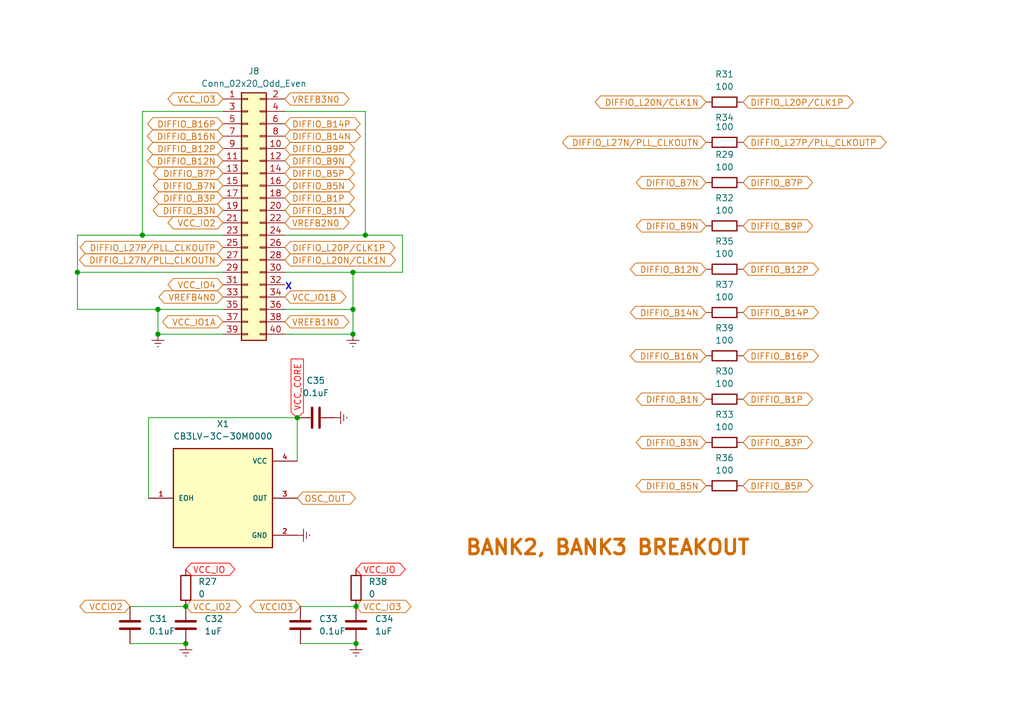
<source format=kicad_sch>
(kicad_sch
	(version 20231120)
	(generator "eeschema")
	(generator_version "8.0")
	(uuid "93fcf445-03ab-4788-b582-93536e670200")
	(paper "A5")
	(lib_symbols
		(symbol "CB3LV-3C-30M0000:CB3LV-3C-30M0000"
			(pin_names
				(offset 1.016)
			)
			(exclude_from_sim no)
			(in_bom yes)
			(on_board yes)
			(property "Reference" "X"
				(at -10.1919 10.829 0)
				(effects
					(font
						(size 1.27 1.27)
					)
					(justify left bottom)
				)
			)
			(property "Value" "CB3LV-3C-30M0000"
				(at -10.1772 -12.0855 0)
				(effects
					(font
						(size 1.27 1.27)
					)
					(justify left bottom)
				)
			)
			(property "Footprint" "CB3LV-3C-30M0000:OSCCC700X500X180-4N"
				(at 0 0 0)
				(effects
					(font
						(size 1.27 1.27)
					)
					(justify bottom)
					(hide yes)
				)
			)
			(property "Datasheet" ""
				(at 0 0 0)
				(effects
					(font
						(size 1.27 1.27)
					)
					(hide yes)
				)
			)
			(property "Description" "\n30 MHz XO (Standard) HCMOS, TTL Oscillator 3.3V Enable/Disable 4-SMD, No Lead\n"
				(at 0 0 0)
				(effects
					(font
						(size 1.27 1.27)
					)
					(justify bottom)
					(hide yes)
				)
			)
			(property "MF" "CTS-Frequency"
				(at 0 0 0)
				(effects
					(font
						(size 1.27 1.27)
					)
					(justify bottom)
					(hide yes)
				)
			)
			(property "Package" "SMD-4 CTS Electronic Components"
				(at 0 0 0)
				(effects
					(font
						(size 1.27 1.27)
					)
					(justify bottom)
					(hide yes)
				)
			)
			(property "Price" "None"
				(at 0 0 0)
				(effects
					(font
						(size 1.27 1.27)
					)
					(justify bottom)
					(hide yes)
				)
			)
			(property "Check_prices" "https://www.snapeda.com/parts/CB3LV-3C-30M0000/CTS-Frequency+Controls/view-part/?ref=eda"
				(at 0 0 0)
				(effects
					(font
						(size 1.27 1.27)
					)
					(justify bottom)
					(hide yes)
				)
			)
			(property "SnapEDA_Link" "https://www.snapeda.com/parts/CB3LV-3C-30M0000/CTS-Frequency+Controls/view-part/?ref=snap"
				(at 0 0 0)
				(effects
					(font
						(size 1.27 1.27)
					)
					(justify bottom)
					(hide yes)
				)
			)
			(property "MP" "CB3LV-3C-30M0000"
				(at 0 0 0)
				(effects
					(font
						(size 1.27 1.27)
					)
					(justify bottom)
					(hide yes)
				)
			)
			(property "Availability" "Not in stock"
				(at 0 0 0)
				(effects
					(font
						(size 1.27 1.27)
					)
					(justify bottom)
					(hide yes)
				)
			)
			(property "MANUFACTURER" "CTS Electronic Components"
				(at 0 0 0)
				(effects
					(font
						(size 1.27 1.27)
					)
					(justify bottom)
					(hide yes)
				)
			)
			(symbol "CB3LV-3C-30M0000_0_0"
				(rectangle
					(start -10.16 -10.16)
					(end 10.16 10.16)
					(stroke
						(width 0.254)
						(type default)
					)
					(fill
						(type background)
					)
				)
				(pin input line
					(at -15.24 0 0)
					(length 5.08)
					(name "EOH"
						(effects
							(font
								(size 1.016 1.016)
							)
						)
					)
					(number "1"
						(effects
							(font
								(size 1.016 1.016)
							)
						)
					)
				)
				(pin passive line
					(at 15.24 -7.62 180)
					(length 5.08)
					(name "GND"
						(effects
							(font
								(size 1.016 1.016)
							)
						)
					)
					(number "2"
						(effects
							(font
								(size 1.016 1.016)
							)
						)
					)
				)
				(pin output line
					(at 15.24 0 180)
					(length 5.08)
					(name "OUT"
						(effects
							(font
								(size 1.016 1.016)
							)
						)
					)
					(number "3"
						(effects
							(font
								(size 1.016 1.016)
							)
						)
					)
				)
				(pin power_in line
					(at 15.24 7.62 180)
					(length 5.08)
					(name "VCC"
						(effects
							(font
								(size 1.016 1.016)
							)
						)
					)
					(number "4"
						(effects
							(font
								(size 1.016 1.016)
							)
						)
					)
				)
			)
		)
		(symbol "Connector_Generic:Conn_02x20_Odd_Even"
			(pin_names
				(offset 1.016) hide)
			(exclude_from_sim no)
			(in_bom yes)
			(on_board yes)
			(property "Reference" "J"
				(at 1.27 25.4 0)
				(effects
					(font
						(size 1.27 1.27)
					)
				)
			)
			(property "Value" "Conn_02x20_Odd_Even"
				(at 1.27 -27.94 0)
				(effects
					(font
						(size 1.27 1.27)
					)
				)
			)
			(property "Footprint" ""
				(at 0 0 0)
				(effects
					(font
						(size 1.27 1.27)
					)
					(hide yes)
				)
			)
			(property "Datasheet" "~"
				(at 0 0 0)
				(effects
					(font
						(size 1.27 1.27)
					)
					(hide yes)
				)
			)
			(property "Description" "Generic connector, double row, 02x20, odd/even pin numbering scheme (row 1 odd numbers, row 2 even numbers), script generated (kicad-library-utils/schlib/autogen/connector/)"
				(at 0 0 0)
				(effects
					(font
						(size 1.27 1.27)
					)
					(hide yes)
				)
			)
			(property "ki_keywords" "connector"
				(at 0 0 0)
				(effects
					(font
						(size 1.27 1.27)
					)
					(hide yes)
				)
			)
			(property "ki_fp_filters" "Connector*:*_2x??_*"
				(at 0 0 0)
				(effects
					(font
						(size 1.27 1.27)
					)
					(hide yes)
				)
			)
			(symbol "Conn_02x20_Odd_Even_1_1"
				(rectangle
					(start -1.27 -25.273)
					(end 0 -25.527)
					(stroke
						(width 0.1524)
						(type default)
					)
					(fill
						(type none)
					)
				)
				(rectangle
					(start -1.27 -22.733)
					(end 0 -22.987)
					(stroke
						(width 0.1524)
						(type default)
					)
					(fill
						(type none)
					)
				)
				(rectangle
					(start -1.27 -20.193)
					(end 0 -20.447)
					(stroke
						(width 0.1524)
						(type default)
					)
					(fill
						(type none)
					)
				)
				(rectangle
					(start -1.27 -17.653)
					(end 0 -17.907)
					(stroke
						(width 0.1524)
						(type default)
					)
					(fill
						(type none)
					)
				)
				(rectangle
					(start -1.27 -15.113)
					(end 0 -15.367)
					(stroke
						(width 0.1524)
						(type default)
					)
					(fill
						(type none)
					)
				)
				(rectangle
					(start -1.27 -12.573)
					(end 0 -12.827)
					(stroke
						(width 0.1524)
						(type default)
					)
					(fill
						(type none)
					)
				)
				(rectangle
					(start -1.27 -10.033)
					(end 0 -10.287)
					(stroke
						(width 0.1524)
						(type default)
					)
					(fill
						(type none)
					)
				)
				(rectangle
					(start -1.27 -7.493)
					(end 0 -7.747)
					(stroke
						(width 0.1524)
						(type default)
					)
					(fill
						(type none)
					)
				)
				(rectangle
					(start -1.27 -4.953)
					(end 0 -5.207)
					(stroke
						(width 0.1524)
						(type default)
					)
					(fill
						(type none)
					)
				)
				(rectangle
					(start -1.27 -2.413)
					(end 0 -2.667)
					(stroke
						(width 0.1524)
						(type default)
					)
					(fill
						(type none)
					)
				)
				(rectangle
					(start -1.27 0.127)
					(end 0 -0.127)
					(stroke
						(width 0.1524)
						(type default)
					)
					(fill
						(type none)
					)
				)
				(rectangle
					(start -1.27 2.667)
					(end 0 2.413)
					(stroke
						(width 0.1524)
						(type default)
					)
					(fill
						(type none)
					)
				)
				(rectangle
					(start -1.27 5.207)
					(end 0 4.953)
					(stroke
						(width 0.1524)
						(type default)
					)
					(fill
						(type none)
					)
				)
				(rectangle
					(start -1.27 7.747)
					(end 0 7.493)
					(stroke
						(width 0.1524)
						(type default)
					)
					(fill
						(type none)
					)
				)
				(rectangle
					(start -1.27 10.287)
					(end 0 10.033)
					(stroke
						(width 0.1524)
						(type default)
					)
					(fill
						(type none)
					)
				)
				(rectangle
					(start -1.27 12.827)
					(end 0 12.573)
					(stroke
						(width 0.1524)
						(type default)
					)
					(fill
						(type none)
					)
				)
				(rectangle
					(start -1.27 15.367)
					(end 0 15.113)
					(stroke
						(width 0.1524)
						(type default)
					)
					(fill
						(type none)
					)
				)
				(rectangle
					(start -1.27 17.907)
					(end 0 17.653)
					(stroke
						(width 0.1524)
						(type default)
					)
					(fill
						(type none)
					)
				)
				(rectangle
					(start -1.27 20.447)
					(end 0 20.193)
					(stroke
						(width 0.1524)
						(type default)
					)
					(fill
						(type none)
					)
				)
				(rectangle
					(start -1.27 22.987)
					(end 0 22.733)
					(stroke
						(width 0.1524)
						(type default)
					)
					(fill
						(type none)
					)
				)
				(rectangle
					(start -1.27 24.13)
					(end 3.81 -26.67)
					(stroke
						(width 0.254)
						(type default)
					)
					(fill
						(type background)
					)
				)
				(rectangle
					(start 3.81 -25.273)
					(end 2.54 -25.527)
					(stroke
						(width 0.1524)
						(type default)
					)
					(fill
						(type none)
					)
				)
				(rectangle
					(start 3.81 -22.733)
					(end 2.54 -22.987)
					(stroke
						(width 0.1524)
						(type default)
					)
					(fill
						(type none)
					)
				)
				(rectangle
					(start 3.81 -20.193)
					(end 2.54 -20.447)
					(stroke
						(width 0.1524)
						(type default)
					)
					(fill
						(type none)
					)
				)
				(rectangle
					(start 3.81 -17.653)
					(end 2.54 -17.907)
					(stroke
						(width 0.1524)
						(type default)
					)
					(fill
						(type none)
					)
				)
				(rectangle
					(start 3.81 -15.113)
					(end 2.54 -15.367)
					(stroke
						(width 0.1524)
						(type default)
					)
					(fill
						(type none)
					)
				)
				(rectangle
					(start 3.81 -12.573)
					(end 2.54 -12.827)
					(stroke
						(width 0.1524)
						(type default)
					)
					(fill
						(type none)
					)
				)
				(rectangle
					(start 3.81 -10.033)
					(end 2.54 -10.287)
					(stroke
						(width 0.1524)
						(type default)
					)
					(fill
						(type none)
					)
				)
				(rectangle
					(start 3.81 -7.493)
					(end 2.54 -7.747)
					(stroke
						(width 0.1524)
						(type default)
					)
					(fill
						(type none)
					)
				)
				(rectangle
					(start 3.81 -4.953)
					(end 2.54 -5.207)
					(stroke
						(width 0.1524)
						(type default)
					)
					(fill
						(type none)
					)
				)
				(rectangle
					(start 3.81 -2.413)
					(end 2.54 -2.667)
					(stroke
						(width 0.1524)
						(type default)
					)
					(fill
						(type none)
					)
				)
				(rectangle
					(start 3.81 0.127)
					(end 2.54 -0.127)
					(stroke
						(width 0.1524)
						(type default)
					)
					(fill
						(type none)
					)
				)
				(rectangle
					(start 3.81 2.667)
					(end 2.54 2.413)
					(stroke
						(width 0.1524)
						(type default)
					)
					(fill
						(type none)
					)
				)
				(rectangle
					(start 3.81 5.207)
					(end 2.54 4.953)
					(stroke
						(width 0.1524)
						(type default)
					)
					(fill
						(type none)
					)
				)
				(rectangle
					(start 3.81 7.747)
					(end 2.54 7.493)
					(stroke
						(width 0.1524)
						(type default)
					)
					(fill
						(type none)
					)
				)
				(rectangle
					(start 3.81 10.287)
					(end 2.54 10.033)
					(stroke
						(width 0.1524)
						(type default)
					)
					(fill
						(type none)
					)
				)
				(rectangle
					(start 3.81 12.827)
					(end 2.54 12.573)
					(stroke
						(width 0.1524)
						(type default)
					)
					(fill
						(type none)
					)
				)
				(rectangle
					(start 3.81 15.367)
					(end 2.54 15.113)
					(stroke
						(width 0.1524)
						(type default)
					)
					(fill
						(type none)
					)
				)
				(rectangle
					(start 3.81 17.907)
					(end 2.54 17.653)
					(stroke
						(width 0.1524)
						(type default)
					)
					(fill
						(type none)
					)
				)
				(rectangle
					(start 3.81 20.447)
					(end 2.54 20.193)
					(stroke
						(width 0.1524)
						(type default)
					)
					(fill
						(type none)
					)
				)
				(rectangle
					(start 3.81 22.987)
					(end 2.54 22.733)
					(stroke
						(width 0.1524)
						(type default)
					)
					(fill
						(type none)
					)
				)
				(pin passive line
					(at -5.08 22.86 0)
					(length 3.81)
					(name "Pin_1"
						(effects
							(font
								(size 1.27 1.27)
							)
						)
					)
					(number "1"
						(effects
							(font
								(size 1.27 1.27)
							)
						)
					)
				)
				(pin passive line
					(at 7.62 12.7 180)
					(length 3.81)
					(name "Pin_10"
						(effects
							(font
								(size 1.27 1.27)
							)
						)
					)
					(number "10"
						(effects
							(font
								(size 1.27 1.27)
							)
						)
					)
				)
				(pin passive line
					(at -5.08 10.16 0)
					(length 3.81)
					(name "Pin_11"
						(effects
							(font
								(size 1.27 1.27)
							)
						)
					)
					(number "11"
						(effects
							(font
								(size 1.27 1.27)
							)
						)
					)
				)
				(pin passive line
					(at 7.62 10.16 180)
					(length 3.81)
					(name "Pin_12"
						(effects
							(font
								(size 1.27 1.27)
							)
						)
					)
					(number "12"
						(effects
							(font
								(size 1.27 1.27)
							)
						)
					)
				)
				(pin passive line
					(at -5.08 7.62 0)
					(length 3.81)
					(name "Pin_13"
						(effects
							(font
								(size 1.27 1.27)
							)
						)
					)
					(number "13"
						(effects
							(font
								(size 1.27 1.27)
							)
						)
					)
				)
				(pin passive line
					(at 7.62 7.62 180)
					(length 3.81)
					(name "Pin_14"
						(effects
							(font
								(size 1.27 1.27)
							)
						)
					)
					(number "14"
						(effects
							(font
								(size 1.27 1.27)
							)
						)
					)
				)
				(pin passive line
					(at -5.08 5.08 0)
					(length 3.81)
					(name "Pin_15"
						(effects
							(font
								(size 1.27 1.27)
							)
						)
					)
					(number "15"
						(effects
							(font
								(size 1.27 1.27)
							)
						)
					)
				)
				(pin passive line
					(at 7.62 5.08 180)
					(length 3.81)
					(name "Pin_16"
						(effects
							(font
								(size 1.27 1.27)
							)
						)
					)
					(number "16"
						(effects
							(font
								(size 1.27 1.27)
							)
						)
					)
				)
				(pin passive line
					(at -5.08 2.54 0)
					(length 3.81)
					(name "Pin_17"
						(effects
							(font
								(size 1.27 1.27)
							)
						)
					)
					(number "17"
						(effects
							(font
								(size 1.27 1.27)
							)
						)
					)
				)
				(pin passive line
					(at 7.62 2.54 180)
					(length 3.81)
					(name "Pin_18"
						(effects
							(font
								(size 1.27 1.27)
							)
						)
					)
					(number "18"
						(effects
							(font
								(size 1.27 1.27)
							)
						)
					)
				)
				(pin passive line
					(at -5.08 0 0)
					(length 3.81)
					(name "Pin_19"
						(effects
							(font
								(size 1.27 1.27)
							)
						)
					)
					(number "19"
						(effects
							(font
								(size 1.27 1.27)
							)
						)
					)
				)
				(pin passive line
					(at 7.62 22.86 180)
					(length 3.81)
					(name "Pin_2"
						(effects
							(font
								(size 1.27 1.27)
							)
						)
					)
					(number "2"
						(effects
							(font
								(size 1.27 1.27)
							)
						)
					)
				)
				(pin passive line
					(at 7.62 0 180)
					(length 3.81)
					(name "Pin_20"
						(effects
							(font
								(size 1.27 1.27)
							)
						)
					)
					(number "20"
						(effects
							(font
								(size 1.27 1.27)
							)
						)
					)
				)
				(pin passive line
					(at -5.08 -2.54 0)
					(length 3.81)
					(name "Pin_21"
						(effects
							(font
								(size 1.27 1.27)
							)
						)
					)
					(number "21"
						(effects
							(font
								(size 1.27 1.27)
							)
						)
					)
				)
				(pin passive line
					(at 7.62 -2.54 180)
					(length 3.81)
					(name "Pin_22"
						(effects
							(font
								(size 1.27 1.27)
							)
						)
					)
					(number "22"
						(effects
							(font
								(size 1.27 1.27)
							)
						)
					)
				)
				(pin passive line
					(at -5.08 -5.08 0)
					(length 3.81)
					(name "Pin_23"
						(effects
							(font
								(size 1.27 1.27)
							)
						)
					)
					(number "23"
						(effects
							(font
								(size 1.27 1.27)
							)
						)
					)
				)
				(pin passive line
					(at 7.62 -5.08 180)
					(length 3.81)
					(name "Pin_24"
						(effects
							(font
								(size 1.27 1.27)
							)
						)
					)
					(number "24"
						(effects
							(font
								(size 1.27 1.27)
							)
						)
					)
				)
				(pin passive line
					(at -5.08 -7.62 0)
					(length 3.81)
					(name "Pin_25"
						(effects
							(font
								(size 1.27 1.27)
							)
						)
					)
					(number "25"
						(effects
							(font
								(size 1.27 1.27)
							)
						)
					)
				)
				(pin passive line
					(at 7.62 -7.62 180)
					(length 3.81)
					(name "Pin_26"
						(effects
							(font
								(size 1.27 1.27)
							)
						)
					)
					(number "26"
						(effects
							(font
								(size 1.27 1.27)
							)
						)
					)
				)
				(pin passive line
					(at -5.08 -10.16 0)
					(length 3.81)
					(name "Pin_27"
						(effects
							(font
								(size 1.27 1.27)
							)
						)
					)
					(number "27"
						(effects
							(font
								(size 1.27 1.27)
							)
						)
					)
				)
				(pin passive line
					(at 7.62 -10.16 180)
					(length 3.81)
					(name "Pin_28"
						(effects
							(font
								(size 1.27 1.27)
							)
						)
					)
					(number "28"
						(effects
							(font
								(size 1.27 1.27)
							)
						)
					)
				)
				(pin passive line
					(at -5.08 -12.7 0)
					(length 3.81)
					(name "Pin_29"
						(effects
							(font
								(size 1.27 1.27)
							)
						)
					)
					(number "29"
						(effects
							(font
								(size 1.27 1.27)
							)
						)
					)
				)
				(pin passive line
					(at -5.08 20.32 0)
					(length 3.81)
					(name "Pin_3"
						(effects
							(font
								(size 1.27 1.27)
							)
						)
					)
					(number "3"
						(effects
							(font
								(size 1.27 1.27)
							)
						)
					)
				)
				(pin passive line
					(at 7.62 -12.7 180)
					(length 3.81)
					(name "Pin_30"
						(effects
							(font
								(size 1.27 1.27)
							)
						)
					)
					(number "30"
						(effects
							(font
								(size 1.27 1.27)
							)
						)
					)
				)
				(pin passive line
					(at -5.08 -15.24 0)
					(length 3.81)
					(name "Pin_31"
						(effects
							(font
								(size 1.27 1.27)
							)
						)
					)
					(number "31"
						(effects
							(font
								(size 1.27 1.27)
							)
						)
					)
				)
				(pin passive line
					(at 7.62 -15.24 180)
					(length 3.81)
					(name "Pin_32"
						(effects
							(font
								(size 1.27 1.27)
							)
						)
					)
					(number "32"
						(effects
							(font
								(size 1.27 1.27)
							)
						)
					)
				)
				(pin passive line
					(at -5.08 -17.78 0)
					(length 3.81)
					(name "Pin_33"
						(effects
							(font
								(size 1.27 1.27)
							)
						)
					)
					(number "33"
						(effects
							(font
								(size 1.27 1.27)
							)
						)
					)
				)
				(pin passive line
					(at 7.62 -17.78 180)
					(length 3.81)
					(name "Pin_34"
						(effects
							(font
								(size 1.27 1.27)
							)
						)
					)
					(number "34"
						(effects
							(font
								(size 1.27 1.27)
							)
						)
					)
				)
				(pin passive line
					(at -5.08 -20.32 0)
					(length 3.81)
					(name "Pin_35"
						(effects
							(font
								(size 1.27 1.27)
							)
						)
					)
					(number "35"
						(effects
							(font
								(size 1.27 1.27)
							)
						)
					)
				)
				(pin passive line
					(at 7.62 -20.32 180)
					(length 3.81)
					(name "Pin_36"
						(effects
							(font
								(size 1.27 1.27)
							)
						)
					)
					(number "36"
						(effects
							(font
								(size 1.27 1.27)
							)
						)
					)
				)
				(pin passive line
					(at -5.08 -22.86 0)
					(length 3.81)
					(name "Pin_37"
						(effects
							(font
								(size 1.27 1.27)
							)
						)
					)
					(number "37"
						(effects
							(font
								(size 1.27 1.27)
							)
						)
					)
				)
				(pin passive line
					(at 7.62 -22.86 180)
					(length 3.81)
					(name "Pin_38"
						(effects
							(font
								(size 1.27 1.27)
							)
						)
					)
					(number "38"
						(effects
							(font
								(size 1.27 1.27)
							)
						)
					)
				)
				(pin passive line
					(at -5.08 -25.4 0)
					(length 3.81)
					(name "Pin_39"
						(effects
							(font
								(size 1.27 1.27)
							)
						)
					)
					(number "39"
						(effects
							(font
								(size 1.27 1.27)
							)
						)
					)
				)
				(pin passive line
					(at 7.62 20.32 180)
					(length 3.81)
					(name "Pin_4"
						(effects
							(font
								(size 1.27 1.27)
							)
						)
					)
					(number "4"
						(effects
							(font
								(size 1.27 1.27)
							)
						)
					)
				)
				(pin passive line
					(at 7.62 -25.4 180)
					(length 3.81)
					(name "Pin_40"
						(effects
							(font
								(size 1.27 1.27)
							)
						)
					)
					(number "40"
						(effects
							(font
								(size 1.27 1.27)
							)
						)
					)
				)
				(pin passive line
					(at -5.08 17.78 0)
					(length 3.81)
					(name "Pin_5"
						(effects
							(font
								(size 1.27 1.27)
							)
						)
					)
					(number "5"
						(effects
							(font
								(size 1.27 1.27)
							)
						)
					)
				)
				(pin passive line
					(at 7.62 17.78 180)
					(length 3.81)
					(name "Pin_6"
						(effects
							(font
								(size 1.27 1.27)
							)
						)
					)
					(number "6"
						(effects
							(font
								(size 1.27 1.27)
							)
						)
					)
				)
				(pin passive line
					(at -5.08 15.24 0)
					(length 3.81)
					(name "Pin_7"
						(effects
							(font
								(size 1.27 1.27)
							)
						)
					)
					(number "7"
						(effects
							(font
								(size 1.27 1.27)
							)
						)
					)
				)
				(pin passive line
					(at 7.62 15.24 180)
					(length 3.81)
					(name "Pin_8"
						(effects
							(font
								(size 1.27 1.27)
							)
						)
					)
					(number "8"
						(effects
							(font
								(size 1.27 1.27)
							)
						)
					)
				)
				(pin passive line
					(at -5.08 12.7 0)
					(length 3.81)
					(name "Pin_9"
						(effects
							(font
								(size 1.27 1.27)
							)
						)
					)
					(number "9"
						(effects
							(font
								(size 1.27 1.27)
							)
						)
					)
				)
			)
		)
		(symbol "Device:C"
			(pin_numbers hide)
			(pin_names
				(offset 0.254)
			)
			(exclude_from_sim no)
			(in_bom yes)
			(on_board yes)
			(property "Reference" "C"
				(at 0.635 2.54 0)
				(effects
					(font
						(size 1.27 1.27)
					)
					(justify left)
				)
			)
			(property "Value" "C"
				(at 0.635 -2.54 0)
				(effects
					(font
						(size 1.27 1.27)
					)
					(justify left)
				)
			)
			(property "Footprint" ""
				(at 0.9652 -3.81 0)
				(effects
					(font
						(size 1.27 1.27)
					)
					(hide yes)
				)
			)
			(property "Datasheet" "~"
				(at 0 0 0)
				(effects
					(font
						(size 1.27 1.27)
					)
					(hide yes)
				)
			)
			(property "Description" "Unpolarized capacitor"
				(at 0 0 0)
				(effects
					(font
						(size 1.27 1.27)
					)
					(hide yes)
				)
			)
			(property "ki_keywords" "cap capacitor"
				(at 0 0 0)
				(effects
					(font
						(size 1.27 1.27)
					)
					(hide yes)
				)
			)
			(property "ki_fp_filters" "C_*"
				(at 0 0 0)
				(effects
					(font
						(size 1.27 1.27)
					)
					(hide yes)
				)
			)
			(symbol "C_0_1"
				(polyline
					(pts
						(xy -2.032 -0.762) (xy 2.032 -0.762)
					)
					(stroke
						(width 0.508)
						(type default)
					)
					(fill
						(type none)
					)
				)
				(polyline
					(pts
						(xy -2.032 0.762) (xy 2.032 0.762)
					)
					(stroke
						(width 0.508)
						(type default)
					)
					(fill
						(type none)
					)
				)
			)
			(symbol "C_1_1"
				(pin passive line
					(at 0 3.81 270)
					(length 2.794)
					(name "~"
						(effects
							(font
								(size 1.27 1.27)
							)
						)
					)
					(number "1"
						(effects
							(font
								(size 1.27 1.27)
							)
						)
					)
				)
				(pin passive line
					(at 0 -3.81 90)
					(length 2.794)
					(name "~"
						(effects
							(font
								(size 1.27 1.27)
							)
						)
					)
					(number "2"
						(effects
							(font
								(size 1.27 1.27)
							)
						)
					)
				)
			)
		)
		(symbol "Device:R"
			(pin_numbers hide)
			(pin_names
				(offset 0)
			)
			(exclude_from_sim no)
			(in_bom yes)
			(on_board yes)
			(property "Reference" "R"
				(at 2.032 0 90)
				(effects
					(font
						(size 1.27 1.27)
					)
				)
			)
			(property "Value" "R"
				(at 0 0 90)
				(effects
					(font
						(size 1.27 1.27)
					)
				)
			)
			(property "Footprint" ""
				(at -1.778 0 90)
				(effects
					(font
						(size 1.27 1.27)
					)
					(hide yes)
				)
			)
			(property "Datasheet" "~"
				(at 0 0 0)
				(effects
					(font
						(size 1.27 1.27)
					)
					(hide yes)
				)
			)
			(property "Description" "Resistor"
				(at 0 0 0)
				(effects
					(font
						(size 1.27 1.27)
					)
					(hide yes)
				)
			)
			(property "ki_keywords" "R res resistor"
				(at 0 0 0)
				(effects
					(font
						(size 1.27 1.27)
					)
					(hide yes)
				)
			)
			(property "ki_fp_filters" "R_*"
				(at 0 0 0)
				(effects
					(font
						(size 1.27 1.27)
					)
					(hide yes)
				)
			)
			(symbol "R_0_1"
				(rectangle
					(start -1.016 -2.54)
					(end 1.016 2.54)
					(stroke
						(width 0.254)
						(type default)
					)
					(fill
						(type none)
					)
				)
			)
			(symbol "R_1_1"
				(pin passive line
					(at 0 3.81 270)
					(length 1.27)
					(name "~"
						(effects
							(font
								(size 1.27 1.27)
							)
						)
					)
					(number "1"
						(effects
							(font
								(size 1.27 1.27)
							)
						)
					)
				)
				(pin passive line
					(at 0 -3.81 90)
					(length 1.27)
					(name "~"
						(effects
							(font
								(size 1.27 1.27)
							)
						)
					)
					(number "2"
						(effects
							(font
								(size 1.27 1.27)
							)
						)
					)
				)
			)
		)
		(symbol "power:Earth"
			(power)
			(pin_names
				(offset 0)
			)
			(exclude_from_sim no)
			(in_bom yes)
			(on_board yes)
			(property "Reference" "#PWR"
				(at 0 -6.35 0)
				(effects
					(font
						(size 1.27 1.27)
					)
					(hide yes)
				)
			)
			(property "Value" "Earth"
				(at 0 -3.81 0)
				(effects
					(font
						(size 1.27 1.27)
					)
					(hide yes)
				)
			)
			(property "Footprint" ""
				(at 0 0 0)
				(effects
					(font
						(size 1.27 1.27)
					)
					(hide yes)
				)
			)
			(property "Datasheet" "~"
				(at 0 0 0)
				(effects
					(font
						(size 1.27 1.27)
					)
					(hide yes)
				)
			)
			(property "Description" "Power symbol creates a global label with name \"Earth\""
				(at 0 0 0)
				(effects
					(font
						(size 1.27 1.27)
					)
					(hide yes)
				)
			)
			(property "ki_keywords" "global ground gnd"
				(at 0 0 0)
				(effects
					(font
						(size 1.27 1.27)
					)
					(hide yes)
				)
			)
			(symbol "Earth_0_1"
				(polyline
					(pts
						(xy -0.635 -1.905) (xy 0.635 -1.905)
					)
					(stroke
						(width 0)
						(type default)
					)
					(fill
						(type none)
					)
				)
				(polyline
					(pts
						(xy -0.127 -2.54) (xy 0.127 -2.54)
					)
					(stroke
						(width 0)
						(type default)
					)
					(fill
						(type none)
					)
				)
				(polyline
					(pts
						(xy 0 -1.27) (xy 0 0)
					)
					(stroke
						(width 0)
						(type default)
					)
					(fill
						(type none)
					)
				)
				(polyline
					(pts
						(xy 1.27 -1.27) (xy -1.27 -1.27)
					)
					(stroke
						(width 0)
						(type default)
					)
					(fill
						(type none)
					)
				)
			)
			(symbol "Earth_1_1"
				(pin power_in line
					(at 0 0 270)
					(length 0) hide
					(name "Earth"
						(effects
							(font
								(size 1.27 1.27)
							)
						)
					)
					(number "1"
						(effects
							(font
								(size 1.27 1.27)
							)
						)
					)
				)
			)
		)
	)
	(junction
		(at 38.1 124.46)
		(diameter 0)
		(color 0 0 0 0)
		(uuid "1277f49b-61cc-47bb-89d2-ec95cdc87d68")
	)
	(junction
		(at 32.385 63.5)
		(diameter 0)
		(color 0 0 0 0)
		(uuid "1c1d4e3e-6270-4f60-ad8e-53af4ed56dbd")
	)
	(junction
		(at 74.93 48.26)
		(diameter 0)
		(color 0 0 0 0)
		(uuid "2e39ee16-88fd-406e-9919-719b3fd07fc7")
	)
	(junction
		(at 32.385 68.58)
		(diameter 0)
		(color 0 0 0 0)
		(uuid "74c4a3b7-cc23-41a7-935f-a97db4e9ef1a")
	)
	(junction
		(at 60.96 85.725)
		(diameter 0)
		(color 0 0 0 0)
		(uuid "83b6961c-c038-4995-8d60-bf1ede9836e6")
	)
	(junction
		(at 15.875 55.88)
		(diameter 0)
		(color 0 0 0 0)
		(uuid "9ee80e84-faec-47aa-b912-acf72b1a5da5")
	)
	(junction
		(at 38.1 132.08)
		(diameter 0)
		(color 0 0 0 0)
		(uuid "b89f9795-3246-4839-ad1b-be31252e9779")
	)
	(junction
		(at 72.39 68.58)
		(diameter 0)
		(color 0 0 0 0)
		(uuid "b9029ff4-0da4-46aa-b382-10bdf2f30c8d")
	)
	(junction
		(at 73.025 124.46)
		(diameter 0)
		(color 0 0 0 0)
		(uuid "bf3f6102-0cff-4b71-9819-b211a0d93778")
	)
	(junction
		(at 72.39 63.5)
		(diameter 0)
		(color 0 0 0 0)
		(uuid "cf4242d9-70c5-4e60-98b7-f7660b8f6304")
	)
	(junction
		(at 73.025 132.08)
		(diameter 0)
		(color 0 0 0 0)
		(uuid "d5b8db2f-c037-4ae4-bd2f-babc355cec04")
	)
	(junction
		(at 29.21 48.26)
		(diameter 0)
		(color 0 0 0 0)
		(uuid "ddb759d5-427f-4249-9c78-b2dff5eac740")
	)
	(junction
		(at 72.39 55.88)
		(diameter 0)
		(color 0 0 0 0)
		(uuid "dfb6d911-3a4d-4bdb-8427-e66c9efb25c9")
	)
	(wire
		(pts
			(xy 29.21 48.26) (xy 45.72 48.26)
		)
		(stroke
			(width 0)
			(type default)
		)
		(uuid "03bd5117-323b-48fe-acc3-d4b710be4de3")
	)
	(wire
		(pts
			(xy 82.55 55.88) (xy 82.55 48.26)
		)
		(stroke
			(width 0)
			(type default)
		)
		(uuid "213ec367-8d58-456a-82b6-daad8b303358")
	)
	(wire
		(pts
			(xy 73.025 132.08) (xy 61.595 132.08)
		)
		(stroke
			(width 0)
			(type default)
		)
		(uuid "2d3f5540-003e-4432-8c8c-8186dcbfdc34")
	)
	(wire
		(pts
			(xy 29.21 22.86) (xy 29.21 48.26)
		)
		(stroke
			(width 0)
			(type default)
		)
		(uuid "3626404f-a2cc-4f26-8756-9336105cc05f")
	)
	(wire
		(pts
			(xy 82.55 48.26) (xy 74.93 48.26)
		)
		(stroke
			(width 0)
			(type default)
		)
		(uuid "3c5fa411-bfa2-45be-8191-75038f1a2dd1")
	)
	(wire
		(pts
			(xy 32.385 63.5) (xy 15.875 63.5)
		)
		(stroke
			(width 0)
			(type default)
		)
		(uuid "46a44984-1471-4a76-95f8-e581ef4437ed")
	)
	(wire
		(pts
			(xy 60.96 85.725) (xy 60.96 94.615)
		)
		(stroke
			(width 0)
			(type default)
		)
		(uuid "4b65a961-7fe8-4790-b4be-d6e7917b6716")
	)
	(wire
		(pts
			(xy 30.48 85.725) (xy 60.96 85.725)
		)
		(stroke
			(width 0)
			(type default)
		)
		(uuid "5b9455f8-ff29-48ca-b78b-5ec5b9da6168")
	)
	(wire
		(pts
			(xy 30.48 102.235) (xy 30.48 85.725)
		)
		(stroke
			(width 0)
			(type default)
		)
		(uuid "65ab6be7-2237-4ea6-9b8b-485122c83377")
	)
	(wire
		(pts
			(xy 45.72 55.88) (xy 15.875 55.88)
		)
		(stroke
			(width 0)
			(type default)
		)
		(uuid "70f0fbbf-0a5a-40b8-aed7-b061d27b23c1")
	)
	(wire
		(pts
			(xy 74.93 22.86) (xy 74.93 48.26)
		)
		(stroke
			(width 0)
			(type default)
		)
		(uuid "85ec684e-60e6-42c9-9159-6adc9c955d52")
	)
	(wire
		(pts
			(xy 32.385 63.5) (xy 32.385 68.58)
		)
		(stroke
			(width 0)
			(type default)
		)
		(uuid "878f2523-7411-4dff-8e19-6af104fd8864")
	)
	(wire
		(pts
			(xy 72.39 63.5) (xy 72.39 55.88)
		)
		(stroke
			(width 0)
			(type default)
		)
		(uuid "8957dd64-60af-42d3-a336-c759a332bc11")
	)
	(wire
		(pts
			(xy 72.39 68.58) (xy 72.39 63.5)
		)
		(stroke
			(width 0)
			(type default)
		)
		(uuid "98a7b63d-3110-4fac-a68a-c81e36a02d3b")
	)
	(wire
		(pts
			(xy 32.385 68.58) (xy 45.72 68.58)
		)
		(stroke
			(width 0)
			(type default)
		)
		(uuid "a337e68a-a867-4b54-9096-a62f8c9fc9c5")
	)
	(wire
		(pts
			(xy 38.1 124.46) (xy 26.67 124.46)
		)
		(stroke
			(width 0)
			(type default)
		)
		(uuid "b9d350b3-19a3-42cf-a863-d61be49a50f7")
	)
	(wire
		(pts
			(xy 45.72 63.5) (xy 32.385 63.5)
		)
		(stroke
			(width 0)
			(type default)
		)
		(uuid "d0ce21d3-e124-4a01-b1ae-f4fd3cfa5aae")
	)
	(wire
		(pts
			(xy 58.42 68.58) (xy 72.39 68.58)
		)
		(stroke
			(width 0)
			(type default)
		)
		(uuid "d3b5d51d-234c-4bfc-8115-3228a740cefb")
	)
	(wire
		(pts
			(xy 45.72 22.86) (xy 29.21 22.86)
		)
		(stroke
			(width 0)
			(type default)
		)
		(uuid "d4d26b81-c63b-427e-8bc4-3ea4290364fb")
	)
	(wire
		(pts
			(xy 15.875 48.26) (xy 29.21 48.26)
		)
		(stroke
			(width 0)
			(type default)
		)
		(uuid "d659962a-25f3-4817-9181-b66842678463")
	)
	(wire
		(pts
			(xy 15.875 55.88) (xy 15.875 63.5)
		)
		(stroke
			(width 0)
			(type default)
		)
		(uuid "d954327d-a78a-48e7-a7e6-430d6b896f66")
	)
	(wire
		(pts
			(xy 73.025 124.46) (xy 61.595 124.46)
		)
		(stroke
			(width 0)
			(type default)
		)
		(uuid "dc96724b-b4f7-4667-9dc9-78e8e174dd92")
	)
	(wire
		(pts
			(xy 72.39 55.88) (xy 82.55 55.88)
		)
		(stroke
			(width 0)
			(type default)
		)
		(uuid "e04cc3c4-4501-49a7-abe6-778773cf8258")
	)
	(wire
		(pts
			(xy 58.42 22.86) (xy 74.93 22.86)
		)
		(stroke
			(width 0)
			(type default)
		)
		(uuid "e5b9862f-7db1-4ba0-92e8-2d97df40106f")
	)
	(wire
		(pts
			(xy 58.42 63.5) (xy 72.39 63.5)
		)
		(stroke
			(width 0)
			(type default)
		)
		(uuid "e63b2a7b-f007-4b47-bb85-1fde3e076ddd")
	)
	(wire
		(pts
			(xy 74.93 48.26) (xy 58.42 48.26)
		)
		(stroke
			(width 0)
			(type default)
		)
		(uuid "f46633bc-2385-4e65-84d3-ada65986b09c")
	)
	(wire
		(pts
			(xy 15.875 48.26) (xy 15.875 55.88)
		)
		(stroke
			(width 0)
			(type default)
		)
		(uuid "f7b35f63-6c3b-4689-a546-dbf6996251b5")
	)
	(wire
		(pts
			(xy 38.1 132.08) (xy 26.67 132.08)
		)
		(stroke
			(width 0)
			(type default)
		)
		(uuid "fb42c34c-1736-40e3-a840-8bf5e89d8068")
	)
	(wire
		(pts
			(xy 58.42 55.88) (xy 72.39 55.88)
		)
		(stroke
			(width 0)
			(type default)
		)
		(uuid "fe645f58-5ed8-4982-8140-035fc6a4ac0d")
	)
	(text "BANK2, BANK3 BREAKOUT\n"
		(exclude_from_sim no)
		(at 95.25 114.3 0)
		(effects
			(font
				(size 3 3)
				(thickness 0.6)
				(bold yes)
				(color 204 102 0 1)
			)
			(justify left bottom)
		)
		(uuid "088184c8-b527-4152-bc90-773b9f294ba0")
	)
	(text "X"
		(exclude_from_sim no)
		(at 58.42 59.69 0)
		(effects
			(font
				(size 1.27 1.27)
				(thickness 0.254)
				(bold yes)
			)
			(justify left bottom)
		)
		(uuid "92963142-f216-46c4-95f7-e28ba7dd53c8")
	)
	(global_label "DIFFIO_B5N"
		(shape bidirectional)
		(at 144.78 99.695 180)
		(fields_autoplaced yes)
		(effects
			(font
				(size 1.27 1.27)
				(color 204 102 0 1)
			)
			(justify right)
		)
		(uuid "021fa69a-927e-47ef-980b-cf42f9efef44")
		(property "Intersheetrefs" "${INTERSHEET_REFS}"
			(at 129.998 99.695 0)
			(effects
				(font
					(size 1.27 1.27)
				)
				(justify right)
				(hide yes)
			)
		)
	)
	(global_label "DIFFIO_B14P"
		(shape bidirectional)
		(at 58.42 25.4 0)
		(fields_autoplaced yes)
		(effects
			(font
				(size 1.27 1.27)
				(color 204 102 0 1)
			)
			(justify left)
		)
		(uuid "056cb850-148c-4df7-acd7-1c0a0e293807")
		(property "Intersheetrefs" "${INTERSHEET_REFS}"
			(at 74.351 25.4 0)
			(effects
				(font
					(size 1.27 1.27)
				)
				(justify left)
				(hide yes)
			)
		)
	)
	(global_label "DIFFIO_B16N"
		(shape bidirectional)
		(at 45.72 27.94 180)
		(fields_autoplaced yes)
		(effects
			(font
				(size 1.27 1.27)
				(color 204 102 0 1)
			)
			(justify right)
		)
		(uuid "05e10b84-2daa-4131-9057-5a15d09acfda")
		(property "Intersheetrefs" "${INTERSHEET_REFS}"
			(at 29.7285 27.94 0)
			(effects
				(font
					(size 1.27 1.27)
				)
				(justify right)
				(hide yes)
			)
		)
	)
	(global_label "DIFFIO_B7N"
		(shape bidirectional)
		(at 144.78 37.465 180)
		(fields_autoplaced yes)
		(effects
			(font
				(size 1.27 1.27)
				(color 204 102 0 1)
			)
			(justify right)
		)
		(uuid "07e24fd4-3f36-423e-a896-d1cedca9e46f")
		(property "Intersheetrefs" "${INTERSHEET_REFS}"
			(at 129.998 37.465 0)
			(effects
				(font
					(size 1.27 1.27)
				)
				(justify right)
				(hide yes)
			)
		)
	)
	(global_label "DIFFIO_B16N"
		(shape bidirectional)
		(at 144.78 73.025 180)
		(fields_autoplaced yes)
		(effects
			(font
				(size 1.27 1.27)
				(color 204 102 0 1)
			)
			(justify right)
		)
		(uuid "09595315-2815-48e3-8a59-7f6349851ae5")
		(property "Intersheetrefs" "${INTERSHEET_REFS}"
			(at 128.7885 73.025 0)
			(effects
				(font
					(size 1.27 1.27)
				)
				(justify right)
				(hide yes)
			)
		)
	)
	(global_label "VREFB2N0"
		(shape bidirectional)
		(at 58.42 45.72 0)
		(fields_autoplaced yes)
		(effects
			(font
				(size 1.27 1.27)
				(color 204 102 0 1)
			)
			(justify left)
		)
		(uuid "0a1d678e-5ac3-49e0-8f80-07483bf1a976")
		(property "Intersheetrefs" "${INTERSHEET_REFS}"
			(at 72.0528 45.72 0)
			(effects
				(font
					(size 1.27 1.27)
				)
				(justify left)
				(hide yes)
			)
		)
	)
	(global_label "DIFFIO_B1P"
		(shape bidirectional)
		(at 152.4 81.915 0)
		(fields_autoplaced yes)
		(effects
			(font
				(size 1.27 1.27)
				(color 204 102 0 1)
			)
			(justify left)
		)
		(uuid "0a2090d1-6cb8-4e65-a5de-893a85e21545")
		(property "Intersheetrefs" "${INTERSHEET_REFS}"
			(at 167.1215 81.915 0)
			(effects
				(font
					(size 1.27 1.27)
				)
				(justify left)
				(hide yes)
			)
		)
	)
	(global_label "DIFFIO_B3N"
		(shape bidirectional)
		(at 45.72 43.18 180)
		(fields_autoplaced yes)
		(effects
			(font
				(size 1.27 1.27)
				(color 204 102 0 1)
			)
			(justify right)
		)
		(uuid "0feac3fe-a1b1-45f5-a549-729e76792d43")
		(property "Intersheetrefs" "${INTERSHEET_REFS}"
			(at 30.938 43.18 0)
			(effects
				(font
					(size 1.27 1.27)
				)
				(justify right)
				(hide yes)
			)
		)
	)
	(global_label "DIFFIO_B3P"
		(shape bidirectional)
		(at 45.72 40.64 180)
		(fields_autoplaced yes)
		(effects
			(font
				(size 1.27 1.27)
				(color 204 102 0 1)
			)
			(justify right)
		)
		(uuid "154d4c7c-bdf5-4cdd-9c62-9519b48ce928")
		(property "Intersheetrefs" "${INTERSHEET_REFS}"
			(at 30.9985 40.64 0)
			(effects
				(font
					(size 1.27 1.27)
				)
				(justify right)
				(hide yes)
			)
		)
	)
	(global_label "VCCIO3"
		(shape bidirectional)
		(at 61.595 124.46 180)
		(fields_autoplaced yes)
		(effects
			(font
				(size 1.27 1.27)
				(color 204 102 0 1)
			)
			(justify right)
		)
		(uuid "18de793b-21c4-4883-aee1-dd7142997aba")
		(property "Intersheetrefs" "${INTERSHEET_REFS}"
			(at 50.8045 124.46 0)
			(effects
				(font
					(size 1.27 1.27)
				)
				(justify right)
				(hide yes)
			)
		)
	)
	(global_label "DIFFIO_B5P"
		(shape bidirectional)
		(at 58.42 35.56 0)
		(fields_autoplaced yes)
		(effects
			(font
				(size 1.27 1.27)
				(color 204 102 0 1)
			)
			(justify left)
		)
		(uuid "209c6f90-103e-47a6-a9e6-b00023462d9a")
		(property "Intersheetrefs" "${INTERSHEET_REFS}"
			(at 73.1415 35.56 0)
			(effects
				(font
					(size 1.27 1.27)
				)
				(justify left)
				(hide yes)
			)
		)
	)
	(global_label "DIFFIO_B12P"
		(shape bidirectional)
		(at 152.4 55.245 0)
		(fields_autoplaced yes)
		(effects
			(font
				(size 1.27 1.27)
				(color 204 102 0 1)
			)
			(justify left)
		)
		(uuid "280d1e8c-070f-4c9d-9534-35b5bf34ff18")
		(property "Intersheetrefs" "${INTERSHEET_REFS}"
			(at 168.331 55.245 0)
			(effects
				(font
					(size 1.27 1.27)
				)
				(justify left)
				(hide yes)
			)
		)
	)
	(global_label "DIFFIO_L27N{slash}PLL_CLKOUTN"
		(shape bidirectional)
		(at 144.78 29.21 180)
		(fields_autoplaced yes)
		(effects
			(font
				(size 1.27 1.27)
				(color 204 102 0 1)
			)
			(justify right)
		)
		(uuid "2c29078f-4902-401a-af7a-2a84ce645711")
		(property "Intersheetrefs" "${INTERSHEET_REFS}"
			(at 114.8789 29.21 0)
			(effects
				(font
					(size 1.27 1.27)
				)
				(justify right)
				(hide yes)
			)
		)
	)
	(global_label "DIFFIO_B12N"
		(shape bidirectional)
		(at 45.72 33.02 180)
		(fields_autoplaced yes)
		(effects
			(font
				(size 1.27 1.27)
				(color 204 102 0 1)
			)
			(justify right)
		)
		(uuid "32dc6d27-7f7a-4e8a-9338-d2135f87ee5a")
		(property "Intersheetrefs" "${INTERSHEET_REFS}"
			(at 29.7285 33.02 0)
			(effects
				(font
					(size 1.27 1.27)
				)
				(justify right)
				(hide yes)
			)
		)
	)
	(global_label "DIFFIO_B16P"
		(shape bidirectional)
		(at 45.72 25.4 180)
		(fields_autoplaced yes)
		(effects
			(font
				(size 1.27 1.27)
				(color 204 102 0 1)
			)
			(justify right)
		)
		(uuid "39358831-52f0-41a5-87a6-376623eef4fc")
		(property "Intersheetrefs" "${INTERSHEET_REFS}"
			(at 29.789 25.4 0)
			(effects
				(font
					(size 1.27 1.27)
				)
				(justify right)
				(hide yes)
			)
		)
	)
	(global_label "VCC_IO1B"
		(shape bidirectional)
		(at 58.42 60.96 0)
		(fields_autoplaced yes)
		(effects
			(font
				(size 1.27 1.27)
				(color 204 102 0 1)
			)
			(justify left)
		)
		(uuid "39dedc6a-b7d4-45b4-8539-e86a38248873")
		(property "Intersheetrefs" "${INTERSHEET_REFS}"
			(at 71.4481 60.96 0)
			(effects
				(font
					(size 1.27 1.27)
				)
				(justify left)
				(hide yes)
			)
		)
	)
	(global_label "DIFFIO_B1P"
		(shape bidirectional)
		(at 58.42 40.64 0)
		(fields_autoplaced yes)
		(effects
			(font
				(size 1.27 1.27)
				(color 204 102 0 1)
			)
			(justify left)
		)
		(uuid "3f790912-73ab-4966-afb7-4f65f632f801")
		(property "Intersheetrefs" "${INTERSHEET_REFS}"
			(at 73.1415 40.64 0)
			(effects
				(font
					(size 1.27 1.27)
				)
				(justify left)
				(hide yes)
			)
		)
	)
	(global_label "DIFFIO_L20P{slash}CLK1P"
		(shape bidirectional)
		(at 58.42 50.8 0)
		(fields_autoplaced yes)
		(effects
			(font
				(size 1.27 1.27)
				(color 204 102 0 1)
			)
			(justify left)
		)
		(uuid "43202295-624c-4496-82fa-a9184bbe74b3")
		(property "Intersheetrefs" "${INTERSHEET_REFS}"
			(at 81.4872 50.8 0)
			(effects
				(font
					(size 1.27 1.27)
				)
				(justify left)
				(hide yes)
			)
		)
	)
	(global_label "DIFFIO_B14N"
		(shape bidirectional)
		(at 58.42 27.94 0)
		(fields_autoplaced yes)
		(effects
			(font
				(size 1.27 1.27)
				(color 204 102 0 1)
			)
			(justify left)
		)
		(uuid "4a3e00a2-c26d-494c-9474-71ab21553a97")
		(property "Intersheetrefs" "${INTERSHEET_REFS}"
			(at 74.4115 27.94 0)
			(effects
				(font
					(size 1.27 1.27)
				)
				(justify left)
				(hide yes)
			)
		)
	)
	(global_label "DIFFIO_B7P"
		(shape bidirectional)
		(at 152.4 37.465 0)
		(fields_autoplaced yes)
		(effects
			(font
				(size 1.27 1.27)
				(color 204 102 0 1)
			)
			(justify left)
		)
		(uuid "4abc5067-30ab-4c07-b394-63b901237b5b")
		(property "Intersheetrefs" "${INTERSHEET_REFS}"
			(at 167.1215 37.465 0)
			(effects
				(font
					(size 1.27 1.27)
				)
				(justify left)
				(hide yes)
			)
		)
	)
	(global_label "VREFB3N0"
		(shape bidirectional)
		(at 58.42 20.32 0)
		(fields_autoplaced yes)
		(effects
			(font
				(size 1.27 1.27)
				(color 204 102 0 1)
			)
			(justify left)
		)
		(uuid "554bf7c2-9012-49be-a4de-36725df527f8")
		(property "Intersheetrefs" "${INTERSHEET_REFS}"
			(at 72.0528 20.32 0)
			(effects
				(font
					(size 1.27 1.27)
				)
				(justify left)
				(hide yes)
			)
		)
	)
	(global_label "VCC_IO"
		(shape bidirectional)
		(at 73.025 116.84 0)
		(fields_autoplaced yes)
		(effects
			(font
				(size 1.27 1.27)
				(color 255 0 0 1)
			)
			(justify left)
		)
		(uuid "58507654-1c91-4612-9466-1281afd3cacb")
		(property "Intersheetrefs" "${INTERSHEET_REFS}"
			(at 83.5736 116.84 0)
			(effects
				(font
					(size 1.27 1.27)
				)
				(justify left)
				(hide yes)
			)
		)
	)
	(global_label "DIFFIO_L20N{slash}CLK1N"
		(shape bidirectional)
		(at 58.42 53.34 0)
		(fields_autoplaced yes)
		(effects
			(font
				(size 1.27 1.27)
				(color 204 102 0 1)
			)
			(justify left)
		)
		(uuid "59a2cac8-82f6-4bc2-8436-1c0c1aadbd45")
		(property "Intersheetrefs" "${INTERSHEET_REFS}"
			(at 81.6082 53.34 0)
			(effects
				(font
					(size 1.27 1.27)
				)
				(justify left)
				(hide yes)
			)
		)
	)
	(global_label "VCC_IO2"
		(shape bidirectional)
		(at 38.1 124.46 0)
		(fields_autoplaced yes)
		(effects
			(font
				(size 1.27 1.27)
				(color 204 102 0 1)
			)
			(justify left)
		)
		(uuid "59c2844e-affc-45ca-ab28-6023c5f07262")
		(property "Intersheetrefs" "${INTERSHEET_REFS}"
			(at 49.8581 124.46 0)
			(effects
				(font
					(size 1.27 1.27)
				)
				(justify left)
				(hide yes)
			)
		)
	)
	(global_label "DIFFIO_L27N{slash}PLL_CLKOUTN"
		(shape bidirectional)
		(at 45.72 53.34 180)
		(fields_autoplaced yes)
		(effects
			(font
				(size 1.27 1.27)
				(color 204 102 0 1)
			)
			(justify right)
		)
		(uuid "6209f3df-5a14-44fb-84ad-abe467ff2cc6")
		(property "Intersheetrefs" "${INTERSHEET_REFS}"
			(at 15.8189 53.34 0)
			(effects
				(font
					(size 1.27 1.27)
				)
				(justify right)
				(hide yes)
			)
		)
	)
	(global_label "DIFFIO_B12N"
		(shape bidirectional)
		(at 144.78 55.245 180)
		(fields_autoplaced yes)
		(effects
			(font
				(size 1.27 1.27)
				(color 204 102 0 1)
			)
			(justify right)
		)
		(uuid "647536cb-7fce-4b70-9983-837f5428ca92")
		(property "Intersheetrefs" "${INTERSHEET_REFS}"
			(at 128.7885 55.245 0)
			(effects
				(font
					(size 1.27 1.27)
				)
				(justify right)
				(hide yes)
			)
		)
	)
	(global_label "DIFFIO_B5P"
		(shape bidirectional)
		(at 152.4 99.695 0)
		(fields_autoplaced yes)
		(effects
			(font
				(size 1.27 1.27)
				(color 204 102 0 1)
			)
			(justify left)
		)
		(uuid "65d23ecb-e396-44b0-9b8c-95943dc020d8")
		(property "Intersheetrefs" "${INTERSHEET_REFS}"
			(at 167.1215 99.695 0)
			(effects
				(font
					(size 1.27 1.27)
				)
				(justify left)
				(hide yes)
			)
		)
	)
	(global_label "DIFFIO_B7P"
		(shape bidirectional)
		(at 45.72 35.56 180)
		(fields_autoplaced yes)
		(effects
			(font
				(size 1.27 1.27)
				(color 204 102 0 1)
			)
			(justify right)
		)
		(uuid "69219ae2-21c4-496c-b7e6-f13062acb6d0")
		(property "Intersheetrefs" "${INTERSHEET_REFS}"
			(at 30.9985 35.56 0)
			(effects
				(font
					(size 1.27 1.27)
				)
				(justify right)
				(hide yes)
			)
		)
	)
	(global_label "DIFFIO_L20P{slash}CLK1P"
		(shape bidirectional)
		(at 152.4 20.955 0)
		(fields_autoplaced yes)
		(effects
			(font
				(size 1.27 1.27)
				(color 204 102 0 1)
			)
			(justify left)
		)
		(uuid "6e353aa6-856e-4aaa-bfb9-cf6cb0e464ab")
		(property "Intersheetrefs" "${INTERSHEET_REFS}"
			(at 175.4672 20.955 0)
			(effects
				(font
					(size 1.27 1.27)
				)
				(justify left)
				(hide yes)
			)
		)
	)
	(global_label "VCCIO2"
		(shape bidirectional)
		(at 26.67 124.46 180)
		(fields_autoplaced yes)
		(effects
			(font
				(size 1.27 1.27)
				(color 204 102 0 1)
			)
			(justify right)
		)
		(uuid "6fa196de-1476-4392-8184-71d93c9fb6c8")
		(property "Intersheetrefs" "${INTERSHEET_REFS}"
			(at 15.8795 124.46 0)
			(effects
				(font
					(size 1.27 1.27)
				)
				(justify right)
				(hide yes)
			)
		)
	)
	(global_label "DIFFIO_B1N"
		(shape bidirectional)
		(at 58.42 43.18 0)
		(fields_autoplaced yes)
		(effects
			(font
				(size 1.27 1.27)
				(color 204 102 0 1)
			)
			(justify left)
		)
		(uuid "7354fc43-2212-4ed4-9e42-4c8f44fa29e5")
		(property "Intersheetrefs" "${INTERSHEET_REFS}"
			(at 73.202 43.18 0)
			(effects
				(font
					(size 1.27 1.27)
				)
				(justify left)
				(hide yes)
			)
		)
	)
	(global_label "OSC_OUT"
		(shape bidirectional)
		(at 60.96 102.235 0)
		(fields_autoplaced yes)
		(effects
			(font
				(size 1.27 1.27)
				(color 204 102 0 1)
			)
			(justify left)
		)
		(uuid "773f0d18-e8bf-42d3-9ec4-c612b0734fad")
		(property "Intersheetrefs" "${INTERSHEET_REFS}"
			(at 73.3833 102.235 0)
			(effects
				(font
					(size 1.27 1.27)
				)
				(justify left)
				(hide yes)
			)
		)
	)
	(global_label "DIFFIO_B14P"
		(shape bidirectional)
		(at 152.4 64.135 0)
		(fields_autoplaced yes)
		(effects
			(font
				(size 1.27 1.27)
				(color 204 102 0 1)
			)
			(justify left)
		)
		(uuid "78b5a609-dd04-4057-8179-26863268c893")
		(property "Intersheetrefs" "${INTERSHEET_REFS}"
			(at 168.331 64.135 0)
			(effects
				(font
					(size 1.27 1.27)
				)
				(justify left)
				(hide yes)
			)
		)
	)
	(global_label "VCC_CORE"
		(shape input)
		(at 60.96 85.725 90)
		(fields_autoplaced yes)
		(effects
			(font
				(size 1.27 1.27)
				(color 255 0 0 1)
			)
			(justify left)
		)
		(uuid "7ba7f8bc-c4b2-4f81-9ee4-87d3753a12df")
		(property "Intersheetrefs" "${INTERSHEET_REFS}"
			(at 60.96 73.2035 90)
			(effects
				(font
					(size 1.27 1.27)
				)
				(justify left)
				(hide yes)
			)
		)
	)
	(global_label "DIFFIO_B9P"
		(shape bidirectional)
		(at 152.4 46.355 0)
		(fields_autoplaced yes)
		(effects
			(font
				(size 1.27 1.27)
				(color 204 102 0 1)
			)
			(justify left)
		)
		(uuid "870decf5-ab14-4e5b-8545-274c405c80ef")
		(property "Intersheetrefs" "${INTERSHEET_REFS}"
			(at 167.1215 46.355 0)
			(effects
				(font
					(size 1.27 1.27)
				)
				(justify left)
				(hide yes)
			)
		)
	)
	(global_label "DIFFIO_L27P{slash}PLL_CLKOUTP"
		(shape bidirectional)
		(at 45.72 50.8 180)
		(fields_autoplaced yes)
		(effects
			(font
				(size 1.27 1.27)
				(color 204 102 0 1)
			)
			(justify right)
		)
		(uuid "8bc41f7a-264f-4c9b-b9b2-d84df7cda88f")
		(property "Intersheetrefs" "${INTERSHEET_REFS}"
			(at 15.9399 50.8 0)
			(effects
				(font
					(size 1.27 1.27)
				)
				(justify right)
				(hide yes)
			)
		)
	)
	(global_label "DIFFIO_B1N"
		(shape bidirectional)
		(at 144.78 81.915 180)
		(fields_autoplaced yes)
		(effects
			(font
				(size 1.27 1.27)
				(color 204 102 0 1)
			)
			(justify right)
		)
		(uuid "8fd080df-1c68-45bb-bb93-3e628cf536b6")
		(property "Intersheetrefs" "${INTERSHEET_REFS}"
			(at 129.998 81.915 0)
			(effects
				(font
					(size 1.27 1.27)
				)
				(justify right)
				(hide yes)
			)
		)
	)
	(global_label "DIFFIO_B12P"
		(shape bidirectional)
		(at 45.72 30.48 180)
		(fields_autoplaced yes)
		(effects
			(font
				(size 1.27 1.27)
				(color 204 102 0 1)
			)
			(justify right)
		)
		(uuid "92f19d31-cd09-438e-8cad-77dc883e4c77")
		(property "Intersheetrefs" "${INTERSHEET_REFS}"
			(at 29.789 30.48 0)
			(effects
				(font
					(size 1.27 1.27)
				)
				(justify right)
				(hide yes)
			)
		)
	)
	(global_label "DIFFIO_B5N"
		(shape bidirectional)
		(at 58.42 38.1 0)
		(fields_autoplaced yes)
		(effects
			(font
				(size 1.27 1.27)
				(color 204 102 0 1)
			)
			(justify left)
		)
		(uuid "9e831eb9-099c-4106-8406-2389f6af3509")
		(property "Intersheetrefs" "${INTERSHEET_REFS}"
			(at 73.202 38.1 0)
			(effects
				(font
					(size 1.27 1.27)
				)
				(justify left)
				(hide yes)
			)
		)
	)
	(global_label "DIFFIO_B14N"
		(shape bidirectional)
		(at 144.78 64.135 180)
		(fields_autoplaced yes)
		(effects
			(font
				(size 1.27 1.27)
				(color 204 102 0 1)
			)
			(justify right)
		)
		(uuid "a37eb805-20df-4588-8833-151353762340")
		(property "Intersheetrefs" "${INTERSHEET_REFS}"
			(at 128.7885 64.135 0)
			(effects
				(font
					(size 1.27 1.27)
				)
				(justify right)
				(hide yes)
			)
		)
	)
	(global_label "VCC_IO2"
		(shape bidirectional)
		(at 45.72 45.72 180)
		(fields_autoplaced yes)
		(effects
			(font
				(size 1.27 1.27)
				(color 204 102 0 1)
			)
			(justify right)
		)
		(uuid "a8f63739-952e-4df0-a6d1-6143dcffeda0")
		(property "Intersheetrefs" "${INTERSHEET_REFS}"
			(at 33.9619 45.72 0)
			(effects
				(font
					(size 1.27 1.27)
				)
				(justify right)
				(hide yes)
			)
		)
	)
	(global_label "DIFFIO_B16P"
		(shape bidirectional)
		(at 152.4 73.025 0)
		(fields_autoplaced yes)
		(effects
			(font
				(size 1.27 1.27)
				(color 204 102 0 1)
			)
			(justify left)
		)
		(uuid "b3aff809-f5be-463b-acfc-2f7f6f10d68b")
		(property "Intersheetrefs" "${INTERSHEET_REFS}"
			(at 168.331 73.025 0)
			(effects
				(font
					(size 1.27 1.27)
				)
				(justify left)
				(hide yes)
			)
		)
	)
	(global_label "VREFB1N0"
		(shape bidirectional)
		(at 58.42 66.04 0)
		(fields_autoplaced yes)
		(effects
			(font
				(size 1.27 1.27)
				(color 204 102 0 1)
			)
			(justify left)
		)
		(uuid "b6bef959-3157-491c-a2f1-792b51778139")
		(property "Intersheetrefs" "${INTERSHEET_REFS}"
			(at 72.0528 66.04 0)
			(effects
				(font
					(size 1.27 1.27)
				)
				(justify left)
				(hide yes)
			)
		)
	)
	(global_label "DIFFIO_L20N{slash}CLK1N"
		(shape bidirectional)
		(at 144.78 20.955 180)
		(fields_autoplaced yes)
		(effects
			(font
				(size 1.27 1.27)
				(color 204 102 0 1)
			)
			(justify right)
		)
		(uuid "b6e298af-bc92-484b-b80d-7a65c0aa0690")
		(property "Intersheetrefs" "${INTERSHEET_REFS}"
			(at 121.5918 20.955 0)
			(effects
				(font
					(size 1.27 1.27)
				)
				(justify right)
				(hide yes)
			)
		)
	)
	(global_label "DIFFIO_B9P"
		(shape bidirectional)
		(at 58.42 30.48 0)
		(fields_autoplaced yes)
		(effects
			(font
				(size 1.27 1.27)
				(color 204 102 0 1)
			)
			(justify left)
		)
		(uuid "bc1d0a24-e3a4-49c3-868e-94c09ee418ce")
		(property "Intersheetrefs" "${INTERSHEET_REFS}"
			(at 73.1415 30.48 0)
			(effects
				(font
					(size 1.27 1.27)
				)
				(justify left)
				(hide yes)
			)
		)
	)
	(global_label "DIFFIO_B3N"
		(shape bidirectional)
		(at 144.78 90.805 180)
		(fields_autoplaced yes)
		(effects
			(font
				(size 1.27 1.27)
				(color 204 102 0 1)
			)
			(justify right)
		)
		(uuid "c0dc04ae-b240-4c2f-9f9c-24c48c3e1f90")
		(property "Intersheetrefs" "${INTERSHEET_REFS}"
			(at 129.998 90.805 0)
			(effects
				(font
					(size 1.27 1.27)
				)
				(justify right)
				(hide yes)
			)
		)
	)
	(global_label "DIFFIO_L27P{slash}PLL_CLKOUTP"
		(shape bidirectional)
		(at 152.4 29.21 0)
		(fields_autoplaced yes)
		(effects
			(font
				(size 1.27 1.27)
				(color 204 102 0 1)
			)
			(justify left)
		)
		(uuid "c1005be9-19cd-46b4-8cf3-50176e46eca6")
		(property "Intersheetrefs" "${INTERSHEET_REFS}"
			(at 182.1801 29.21 0)
			(effects
				(font
					(size 1.27 1.27)
				)
				(justify left)
				(hide yes)
			)
		)
	)
	(global_label "DIFFIO_B9N"
		(shape bidirectional)
		(at 144.78 46.355 180)
		(fields_autoplaced yes)
		(effects
			(font
				(size 1.27 1.27)
				(color 204 102 0 1)
			)
			(justify right)
		)
		(uuid "c2e63b9c-18bf-4d3b-b276-1b50e2d75bf9")
		(property "Intersheetrefs" "${INTERSHEET_REFS}"
			(at 129.998 46.355 0)
			(effects
				(font
					(size 1.27 1.27)
				)
				(justify right)
				(hide yes)
			)
		)
	)
	(global_label "VCC_IO1A"
		(shape bidirectional)
		(at 45.72 66.04 180)
		(fields_autoplaced yes)
		(effects
			(font
				(size 1.27 1.27)
				(color 204 102 0 1)
			)
			(justify right)
		)
		(uuid "ca0b43bb-eccd-43ec-84ed-fad3a506d3cc")
		(property "Intersheetrefs" "${INTERSHEET_REFS}"
			(at 32.8733 66.04 0)
			(effects
				(font
					(size 1.27 1.27)
				)
				(justify right)
				(hide yes)
			)
		)
	)
	(global_label "DIFFIO_B9N"
		(shape bidirectional)
		(at 58.42 33.02 0)
		(fields_autoplaced yes)
		(effects
			(font
				(size 1.27 1.27)
				(color 204 102 0 1)
			)
			(justify left)
		)
		(uuid "ca20dcd6-b826-4346-a9c5-69d6d7926367")
		(property "Intersheetrefs" "${INTERSHEET_REFS}"
			(at 73.202 33.02 0)
			(effects
				(font
					(size 1.27 1.27)
				)
				(justify left)
				(hide yes)
			)
		)
	)
	(global_label "VCC_IO"
		(shape bidirectional)
		(at 38.1 116.84 0)
		(fields_autoplaced yes)
		(effects
			(font
				(size 1.27 1.27)
				(color 255 0 0 1)
			)
			(justify left)
		)
		(uuid "cd10810f-327e-47e7-9330-10c34bba7b09")
		(property "Intersheetrefs" "${INTERSHEET_REFS}"
			(at 48.6486 116.84 0)
			(effects
				(font
					(size 1.27 1.27)
				)
				(justify left)
				(hide yes)
			)
		)
	)
	(global_label "VCC_IO3"
		(shape bidirectional)
		(at 45.72 20.32 180)
		(fields_autoplaced yes)
		(effects
			(font
				(size 1.27 1.27)
				(color 204 102 0 1)
			)
			(justify right)
		)
		(uuid "d05efdf7-6c1d-4b75-9aa6-972bc5913222")
		(property "Intersheetrefs" "${INTERSHEET_REFS}"
			(at 33.9619 20.32 0)
			(effects
				(font
					(size 1.27 1.27)
				)
				(justify right)
				(hide yes)
			)
		)
	)
	(global_label "DIFFIO_B3P"
		(shape bidirectional)
		(at 152.4 90.805 0)
		(fields_autoplaced yes)
		(effects
			(font
				(size 1.27 1.27)
				(color 204 102 0 1)
			)
			(justify left)
		)
		(uuid "d081b9d6-5a5c-4f63-ad3d-33f0068cc435")
		(property "Intersheetrefs" "${INTERSHEET_REFS}"
			(at 167.1215 90.805 0)
			(effects
				(font
					(size 1.27 1.27)
				)
				(justify left)
				(hide yes)
			)
		)
	)
	(global_label "VCC_IO4"
		(shape bidirectional)
		(at 45.72 58.42 180)
		(fields_autoplaced yes)
		(effects
			(font
				(size 1.27 1.27)
				(color 204 102 0 1)
			)
			(justify right)
		)
		(uuid "da1f2a55-65ca-4ba0-90c7-08b9be68b1a0")
		(property "Intersheetrefs" "${INTERSHEET_REFS}"
			(at 33.9619 58.42 0)
			(effects
				(font
					(size 1.27 1.27)
				)
				(justify right)
				(hide yes)
			)
		)
	)
	(global_label "DIFFIO_B7N"
		(shape bidirectional)
		(at 45.72 38.1 180)
		(fields_autoplaced yes)
		(effects
			(font
				(size 1.27 1.27)
				(color 204 102 0 1)
			)
			(justify right)
		)
		(uuid "dca3ea04-9cc8-4c30-8dde-82c077758215")
		(property "Intersheetrefs" "${INTERSHEET_REFS}"
			(at 30.938 38.1 0)
			(effects
				(font
					(size 1.27 1.27)
				)
				(justify right)
				(hide yes)
			)
		)
	)
	(global_label "VREFB4N0"
		(shape bidirectional)
		(at 45.72 60.96 180)
		(fields_autoplaced yes)
		(effects
			(font
				(size 1.27 1.27)
				(color 204 102 0 1)
			)
			(justify right)
		)
		(uuid "df09d79c-ccfd-4ff8-ac53-6ae951da801a")
		(property "Intersheetrefs" "${INTERSHEET_REFS}"
			(at 32.0872 60.96 0)
			(effects
				(font
					(size 1.27 1.27)
				)
				(justify right)
				(hide yes)
			)
		)
	)
	(global_label "VCC_IO3"
		(shape bidirectional)
		(at 73.025 124.46 0)
		(fields_autoplaced yes)
		(effects
			(font
				(size 1.27 1.27)
				(color 204 102 0 1)
			)
			(justify left)
		)
		(uuid "dfc7b227-24f1-449a-90d3-f73c8d81978d")
		(property "Intersheetrefs" "${INTERSHEET_REFS}"
			(at 84.7831 124.46 0)
			(effects
				(font
					(size 1.27 1.27)
				)
				(justify left)
				(hide yes)
			)
		)
	)
	(symbol
		(lib_id "power:Earth")
		(at 72.39 68.58 0)
		(unit 1)
		(exclude_from_sim no)
		(in_bom yes)
		(on_board yes)
		(dnp no)
		(fields_autoplaced yes)
		(uuid "05c81a93-f9f8-4f45-a4da-42be8b02e492")
		(property "Reference" "#PWR081"
			(at 72.39 74.93 0)
			(effects
				(font
					(size 1.27 1.27)
				)
				(hide yes)
			)
		)
		(property "Value" "Earth"
			(at 72.39 72.39 0)
			(effects
				(font
					(size 1.27 1.27)
				)
				(hide yes)
			)
		)
		(property "Footprint" ""
			(at 72.39 68.58 0)
			(effects
				(font
					(size 1.27 1.27)
				)
				(hide yes)
			)
		)
		(property "Datasheet" "~"
			(at 72.39 68.58 0)
			(effects
				(font
					(size 1.27 1.27)
				)
				(hide yes)
			)
		)
		(property "Description" ""
			(at 72.39 68.58 0)
			(effects
				(font
					(size 1.27 1.27)
				)
				(hide yes)
			)
		)
		(pin "1"
			(uuid "70dfcc2f-d7d5-4d3e-954b-dba02f7d759c")
		)
		(instances
			(project "MAX10eval"
				(path "/11f66bd9-9166-4f11-817d-b16a9eff6262/baa2bbb5-8d5c-4a92-873e-e85df9230907"
					(reference "#PWR081")
					(unit 1)
				)
			)
		)
	)
	(symbol
		(lib_id "CB3LV-3C-30M0000:CB3LV-3C-30M0000")
		(at 45.72 102.235 0)
		(unit 1)
		(exclude_from_sim no)
		(in_bom yes)
		(on_board yes)
		(dnp no)
		(fields_autoplaced yes)
		(uuid "12153ecf-cf3e-4629-ac83-619fc72e5790")
		(property "Reference" "X1"
			(at 45.72 86.995 0)
			(effects
				(font
					(size 1.27 1.27)
				)
			)
		)
		(property "Value" "CB3LV-3C-30M0000"
			(at 45.72 89.535 0)
			(effects
				(font
					(size 1.27 1.27)
				)
			)
		)
		(property "Footprint" "50MHz_Oscillator:OSCCC700X500X180-4N"
			(at 45.72 102.235 0)
			(effects
				(font
					(size 1.27 1.27)
				)
				(justify bottom)
				(hide yes)
			)
		)
		(property "Datasheet" ""
			(at 45.72 102.235 0)
			(effects
				(font
					(size 1.27 1.27)
				)
				(hide yes)
			)
		)
		(property "Description" "\n30 MHz XO (Standard) HCMOS, TTL Oscillator 3.3V Enable/Disable 4-SMD, No Lead\n"
			(at 45.72 102.235 0)
			(effects
				(font
					(size 1.27 1.27)
				)
				(justify bottom)
				(hide yes)
			)
		)
		(property "MF" "CTS-Frequency"
			(at 45.72 102.235 0)
			(effects
				(font
					(size 1.27 1.27)
				)
				(justify bottom)
				(hide yes)
			)
		)
		(property "Package" "SMD-4 CTS Electronic Components"
			(at 45.72 102.235 0)
			(effects
				(font
					(size 1.27 1.27)
				)
				(justify bottom)
				(hide yes)
			)
		)
		(property "Price" "None"
			(at 45.72 102.235 0)
			(effects
				(font
					(size 1.27 1.27)
				)
				(justify bottom)
				(hide yes)
			)
		)
		(property "Check_prices" "https://www.snapeda.com/parts/CB3LV-3C-30M0000/CTS-Frequency+Controls/view-part/?ref=eda"
			(at 45.72 102.235 0)
			(effects
				(font
					(size 1.27 1.27)
				)
				(justify bottom)
				(hide yes)
			)
		)
		(property "SnapEDA_Link" "https://www.snapeda.com/parts/CB3LV-3C-30M0000/CTS-Frequency+Controls/view-part/?ref=snap"
			(at 45.72 102.235 0)
			(effects
				(font
					(size 1.27 1.27)
				)
				(justify bottom)
				(hide yes)
			)
		)
		(property "MP" "CB3LV-3C-30M0000"
			(at 45.72 102.235 0)
			(effects
				(font
					(size 1.27 1.27)
				)
				(justify bottom)
				(hide yes)
			)
		)
		(property "Availability" "Not in stock"
			(at 45.72 102.235 0)
			(effects
				(font
					(size 1.27 1.27)
				)
				(justify bottom)
				(hide yes)
			)
		)
		(property "MANUFACTURER" "CTS Electronic Components"
			(at 45.72 102.235 0)
			(effects
				(font
					(size 1.27 1.27)
				)
				(justify bottom)
				(hide yes)
			)
		)
		(pin "1"
			(uuid "07d3c837-d672-440f-bdb4-163fa83b07d6")
		)
		(pin "2"
			(uuid "67e4e804-d3f6-4471-b56c-2860ae1c5b75")
		)
		(pin "3"
			(uuid "3f6b3e16-f1a4-4dfc-8039-b748d1193194")
		)
		(pin "4"
			(uuid "9b397b3b-c0f3-4bf8-b51e-ebcc5a5e3847")
		)
		(instances
			(project "MAX10eval"
				(path "/11f66bd9-9166-4f11-817d-b16a9eff6262/baa2bbb5-8d5c-4a92-873e-e85df9230907"
					(reference "X1")
					(unit 1)
				)
			)
		)
	)
	(symbol
		(lib_id "Device:R")
		(at 148.59 81.915 90)
		(unit 1)
		(exclude_from_sim no)
		(in_bom yes)
		(on_board yes)
		(dnp no)
		(fields_autoplaced yes)
		(uuid "122de14f-57be-4b19-bdf7-bcc040bd5eeb")
		(property "Reference" "R30"
			(at 148.59 76.2 90)
			(effects
				(font
					(size 1.27 1.27)
				)
			)
		)
		(property "Value" "100"
			(at 148.59 78.74 90)
			(effects
				(font
					(size 1.27 1.27)
				)
			)
		)
		(property "Footprint" "Resistor_SMD:R_0201_0603Metric"
			(at 148.59 83.693 90)
			(effects
				(font
					(size 1.27 1.27)
				)
				(hide yes)
			)
		)
		(property "Datasheet" "~"
			(at 148.59 81.915 0)
			(effects
				(font
					(size 1.27 1.27)
				)
				(hide yes)
			)
		)
		(property "Description" ""
			(at 148.59 81.915 0)
			(effects
				(font
					(size 1.27 1.27)
				)
				(hide yes)
			)
		)
		(pin "1"
			(uuid "f52119b4-23e9-4fec-90cf-80b2b2ca69f6")
		)
		(pin "2"
			(uuid "12bfa014-938d-48aa-8f6f-7c7d75d0e8c4")
		)
		(instances
			(project "MAX10eval"
				(path "/11f66bd9-9166-4f11-817d-b16a9eff6262/baa2bbb5-8d5c-4a92-873e-e85df9230907"
					(reference "R30")
					(unit 1)
				)
			)
		)
	)
	(symbol
		(lib_id "Device:R")
		(at 148.59 46.355 90)
		(unit 1)
		(exclude_from_sim no)
		(in_bom yes)
		(on_board yes)
		(dnp no)
		(fields_autoplaced yes)
		(uuid "1c162419-9b7b-41f8-9ab9-dfcb54201b98")
		(property "Reference" "R32"
			(at 148.59 40.64 90)
			(effects
				(font
					(size 1.27 1.27)
				)
			)
		)
		(property "Value" "100"
			(at 148.59 43.18 90)
			(effects
				(font
					(size 1.27 1.27)
				)
			)
		)
		(property "Footprint" "Resistor_SMD:R_0201_0603Metric"
			(at 148.59 48.133 90)
			(effects
				(font
					(size 1.27 1.27)
				)
				(hide yes)
			)
		)
		(property "Datasheet" "~"
			(at 148.59 46.355 0)
			(effects
				(font
					(size 1.27 1.27)
				)
				(hide yes)
			)
		)
		(property "Description" ""
			(at 148.59 46.355 0)
			(effects
				(font
					(size 1.27 1.27)
				)
				(hide yes)
			)
		)
		(pin "1"
			(uuid "436ffcad-a111-4ccc-a406-f6f30c8ae508")
		)
		(pin "2"
			(uuid "721f9b2f-b6f7-4047-aa11-c6bacd4eb43b")
		)
		(instances
			(project "MAX10eval"
				(path "/11f66bd9-9166-4f11-817d-b16a9eff6262/baa2bbb5-8d5c-4a92-873e-e85df9230907"
					(reference "R32")
					(unit 1)
				)
			)
		)
	)
	(symbol
		(lib_id "power:Earth")
		(at 73.025 132.08 0)
		(unit 1)
		(exclude_from_sim no)
		(in_bom yes)
		(on_board yes)
		(dnp no)
		(fields_autoplaced yes)
		(uuid "27570895-40c3-4105-8fe5-cdabe11a1ced")
		(property "Reference" "#PWR079"
			(at 73.025 138.43 0)
			(effects
				(font
					(size 1.27 1.27)
				)
				(hide yes)
			)
		)
		(property "Value" "Earth"
			(at 73.025 135.89 0)
			(effects
				(font
					(size 1.27 1.27)
				)
				(hide yes)
			)
		)
		(property "Footprint" ""
			(at 73.025 132.08 0)
			(effects
				(font
					(size 1.27 1.27)
				)
				(hide yes)
			)
		)
		(property "Datasheet" "~"
			(at 73.025 132.08 0)
			(effects
				(font
					(size 1.27 1.27)
				)
				(hide yes)
			)
		)
		(property "Description" ""
			(at 73.025 132.08 0)
			(effects
				(font
					(size 1.27 1.27)
				)
				(hide yes)
			)
		)
		(pin "1"
			(uuid "8e84f3d5-d8ec-4ab5-b400-cfcb0110e3a6")
		)
		(instances
			(project "MAX10eval"
				(path "/11f66bd9-9166-4f11-817d-b16a9eff6262/baa2bbb5-8d5c-4a92-873e-e85df9230907"
					(reference "#PWR079")
					(unit 1)
				)
			)
		)
	)
	(symbol
		(lib_id "Device:C")
		(at 64.77 85.725 90)
		(unit 1)
		(exclude_from_sim no)
		(in_bom yes)
		(on_board yes)
		(dnp no)
		(fields_autoplaced yes)
		(uuid "428da74e-9975-4889-af14-e4628c02454f")
		(property "Reference" "C35"
			(at 64.77 78.105 90)
			(effects
				(font
					(size 1.27 1.27)
				)
			)
		)
		(property "Value" "0.1uF"
			(at 64.77 80.645 90)
			(effects
				(font
					(size 1.27 1.27)
				)
			)
		)
		(property "Footprint" "Capacitor_SMD:C_0201_0603Metric"
			(at 68.58 84.7598 0)
			(effects
				(font
					(size 1.27 1.27)
				)
				(hide yes)
			)
		)
		(property "Datasheet" "~"
			(at 64.77 85.725 0)
			(effects
				(font
					(size 1.27 1.27)
				)
				(hide yes)
			)
		)
		(property "Description" ""
			(at 64.77 85.725 0)
			(effects
				(font
					(size 1.27 1.27)
				)
				(hide yes)
			)
		)
		(pin "1"
			(uuid "f9b9d3a5-558c-4f69-8ba8-32eefb868edd")
		)
		(pin "2"
			(uuid "37038ca6-28ec-49b0-a20e-3a9224e1d16b")
		)
		(instances
			(project "MAX10eval"
				(path "/11f66bd9-9166-4f11-817d-b16a9eff6262/baa2bbb5-8d5c-4a92-873e-e85df9230907"
					(reference "C35")
					(unit 1)
				)
			)
		)
	)
	(symbol
		(lib_id "Device:C")
		(at 26.67 128.27 0)
		(unit 1)
		(exclude_from_sim no)
		(in_bom yes)
		(on_board yes)
		(dnp no)
		(fields_autoplaced yes)
		(uuid "43121b20-8cb5-4b38-b41a-187b8d4726e1")
		(property "Reference" "C31"
			(at 30.48 127 0)
			(effects
				(font
					(size 1.27 1.27)
				)
				(justify left)
			)
		)
		(property "Value" "0.1uF"
			(at 30.48 129.54 0)
			(effects
				(font
					(size 1.27 1.27)
				)
				(justify left)
			)
		)
		(property "Footprint" "Capacitor_SMD:C_0201_0603Metric"
			(at 27.6352 132.08 0)
			(effects
				(font
					(size 1.27 1.27)
				)
				(hide yes)
			)
		)
		(property "Datasheet" "~"
			(at 26.67 128.27 0)
			(effects
				(font
					(size 1.27 1.27)
				)
				(hide yes)
			)
		)
		(property "Description" ""
			(at 26.67 128.27 0)
			(effects
				(font
					(size 1.27 1.27)
				)
				(hide yes)
			)
		)
		(pin "1"
			(uuid "f9a86c97-a317-4058-9c3c-007ab7dc79c4")
		)
		(pin "2"
			(uuid "f87da2ec-2c11-41cd-95d3-4158a8d0d11c")
		)
		(instances
			(project "MAX10eval"
				(path "/11f66bd9-9166-4f11-817d-b16a9eff6262/baa2bbb5-8d5c-4a92-873e-e85df9230907"
					(reference "C31")
					(unit 1)
				)
			)
		)
	)
	(symbol
		(lib_id "Device:R")
		(at 148.59 64.135 90)
		(unit 1)
		(exclude_from_sim no)
		(in_bom yes)
		(on_board yes)
		(dnp no)
		(fields_autoplaced yes)
		(uuid "461f45c9-d0e6-421b-8bec-975a1e74eaa6")
		(property "Reference" "R37"
			(at 148.59 58.42 90)
			(effects
				(font
					(size 1.27 1.27)
				)
			)
		)
		(property "Value" "100"
			(at 148.59 60.96 90)
			(effects
				(font
					(size 1.27 1.27)
				)
			)
		)
		(property "Footprint" "Resistor_SMD:R_0201_0603Metric"
			(at 148.59 65.913 90)
			(effects
				(font
					(size 1.27 1.27)
				)
				(hide yes)
			)
		)
		(property "Datasheet" "~"
			(at 148.59 64.135 0)
			(effects
				(font
					(size 1.27 1.27)
				)
				(hide yes)
			)
		)
		(property "Description" ""
			(at 148.59 64.135 0)
			(effects
				(font
					(size 1.27 1.27)
				)
				(hide yes)
			)
		)
		(pin "1"
			(uuid "9d48b1a1-c096-40b8-ab8f-9024a29d8aed")
		)
		(pin "2"
			(uuid "7e4c85e4-a87b-45b6-86cb-56d78f7ec462")
		)
		(instances
			(project "MAX10eval"
				(path "/11f66bd9-9166-4f11-817d-b16a9eff6262/baa2bbb5-8d5c-4a92-873e-e85df9230907"
					(reference "R37")
					(unit 1)
				)
			)
		)
	)
	(symbol
		(lib_id "Device:R")
		(at 148.59 90.805 90)
		(unit 1)
		(exclude_from_sim no)
		(in_bom yes)
		(on_board yes)
		(dnp no)
		(fields_autoplaced yes)
		(uuid "5962fe05-e0cb-4061-8c3f-f5d99f83c880")
		(property "Reference" "R33"
			(at 148.59 85.09 90)
			(effects
				(font
					(size 1.27 1.27)
				)
			)
		)
		(property "Value" "100"
			(at 148.59 87.63 90)
			(effects
				(font
					(size 1.27 1.27)
				)
			)
		)
		(property "Footprint" "Resistor_SMD:R_0201_0603Metric"
			(at 148.59 92.583 90)
			(effects
				(font
					(size 1.27 1.27)
				)
				(hide yes)
			)
		)
		(property "Datasheet" "~"
			(at 148.59 90.805 0)
			(effects
				(font
					(size 1.27 1.27)
				)
				(hide yes)
			)
		)
		(property "Description" ""
			(at 148.59 90.805 0)
			(effects
				(font
					(size 1.27 1.27)
				)
				(hide yes)
			)
		)
		(pin "1"
			(uuid "b91f9188-bc83-459b-bfee-750198a487da")
		)
		(pin "2"
			(uuid "fe2abb0d-81c1-43a8-9d6f-2132360978e7")
		)
		(instances
			(project "MAX10eval"
				(path "/11f66bd9-9166-4f11-817d-b16a9eff6262/baa2bbb5-8d5c-4a92-873e-e85df9230907"
					(reference "R33")
					(unit 1)
				)
			)
		)
	)
	(symbol
		(lib_id "Device:C")
		(at 61.595 128.27 0)
		(unit 1)
		(exclude_from_sim no)
		(in_bom yes)
		(on_board yes)
		(dnp no)
		(fields_autoplaced yes)
		(uuid "5c907dbd-a196-4718-9274-a6178fb5afbf")
		(property "Reference" "C33"
			(at 65.405 127 0)
			(effects
				(font
					(size 1.27 1.27)
				)
				(justify left)
			)
		)
		(property "Value" "0.1uF"
			(at 65.405 129.54 0)
			(effects
				(font
					(size 1.27 1.27)
				)
				(justify left)
			)
		)
		(property "Footprint" "Capacitor_SMD:C_0201_0603Metric"
			(at 62.5602 132.08 0)
			(effects
				(font
					(size 1.27 1.27)
				)
				(hide yes)
			)
		)
		(property "Datasheet" "~"
			(at 61.595 128.27 0)
			(effects
				(font
					(size 1.27 1.27)
				)
				(hide yes)
			)
		)
		(property "Description" ""
			(at 61.595 128.27 0)
			(effects
				(font
					(size 1.27 1.27)
				)
				(hide yes)
			)
		)
		(pin "1"
			(uuid "1f1b8dd0-bf3c-448e-9061-c62bfaa62072")
		)
		(pin "2"
			(uuid "9e7340d8-fc2a-4b93-b357-dc0474cdeb3d")
		)
		(instances
			(project "MAX10eval"
				(path "/11f66bd9-9166-4f11-817d-b16a9eff6262/baa2bbb5-8d5c-4a92-873e-e85df9230907"
					(reference "C33")
					(unit 1)
				)
			)
		)
	)
	(symbol
		(lib_id "Device:R")
		(at 148.59 99.695 90)
		(unit 1)
		(exclude_from_sim no)
		(in_bom yes)
		(on_board yes)
		(dnp no)
		(fields_autoplaced yes)
		(uuid "5d17a6fa-b49a-430a-be74-8cc2360d4fdf")
		(property "Reference" "R36"
			(at 148.59 93.98 90)
			(effects
				(font
					(size 1.27 1.27)
				)
			)
		)
		(property "Value" "100"
			(at 148.59 96.52 90)
			(effects
				(font
					(size 1.27 1.27)
				)
			)
		)
		(property "Footprint" "Resistor_SMD:R_0201_0603Metric"
			(at 148.59 101.473 90)
			(effects
				(font
					(size 1.27 1.27)
				)
				(hide yes)
			)
		)
		(property "Datasheet" "~"
			(at 148.59 99.695 0)
			(effects
				(font
					(size 1.27 1.27)
				)
				(hide yes)
			)
		)
		(property "Description" ""
			(at 148.59 99.695 0)
			(effects
				(font
					(size 1.27 1.27)
				)
				(hide yes)
			)
		)
		(pin "1"
			(uuid "c3d75a30-82c8-4ee9-aa38-5af61d768ccb")
		)
		(pin "2"
			(uuid "a1d8b42f-24eb-42c9-9e51-7a57901c3181")
		)
		(instances
			(project "MAX10eval"
				(path "/11f66bd9-9166-4f11-817d-b16a9eff6262/baa2bbb5-8d5c-4a92-873e-e85df9230907"
					(reference "R36")
					(unit 1)
				)
			)
		)
	)
	(symbol
		(lib_id "power:Earth")
		(at 38.1 132.08 0)
		(unit 1)
		(exclude_from_sim no)
		(in_bom yes)
		(on_board yes)
		(dnp no)
		(fields_autoplaced yes)
		(uuid "6e0cbc46-07b8-48d3-8d93-069e36818c21")
		(property "Reference" "#PWR078"
			(at 38.1 138.43 0)
			(effects
				(font
					(size 1.27 1.27)
				)
				(hide yes)
			)
		)
		(property "Value" "Earth"
			(at 38.1 135.89 0)
			(effects
				(font
					(size 1.27 1.27)
				)
				(hide yes)
			)
		)
		(property "Footprint" ""
			(at 38.1 132.08 0)
			(effects
				(font
					(size 1.27 1.27)
				)
				(hide yes)
			)
		)
		(property "Datasheet" "~"
			(at 38.1 132.08 0)
			(effects
				(font
					(size 1.27 1.27)
				)
				(hide yes)
			)
		)
		(property "Description" ""
			(at 38.1 132.08 0)
			(effects
				(font
					(size 1.27 1.27)
				)
				(hide yes)
			)
		)
		(pin "1"
			(uuid "1fcb8ca0-aa41-48dd-91e1-903cc59c9d67")
		)
		(instances
			(project "MAX10eval"
				(path "/11f66bd9-9166-4f11-817d-b16a9eff6262/baa2bbb5-8d5c-4a92-873e-e85df9230907"
					(reference "#PWR078")
					(unit 1)
				)
			)
		)
	)
	(symbol
		(lib_id "Device:R")
		(at 148.59 20.955 90)
		(unit 1)
		(exclude_from_sim no)
		(in_bom yes)
		(on_board yes)
		(dnp no)
		(fields_autoplaced yes)
		(uuid "7617a19e-07e6-4464-9128-32babd3fabe9")
		(property "Reference" "R31"
			(at 148.59 15.24 90)
			(effects
				(font
					(size 1.27 1.27)
				)
			)
		)
		(property "Value" "100"
			(at 148.59 17.78 90)
			(effects
				(font
					(size 1.27 1.27)
				)
			)
		)
		(property "Footprint" "Resistor_SMD:R_0201_0603Metric"
			(at 148.59 22.733 90)
			(effects
				(font
					(size 1.27 1.27)
				)
				(hide yes)
			)
		)
		(property "Datasheet" "~"
			(at 148.59 20.955 0)
			(effects
				(font
					(size 1.27 1.27)
				)
				(hide yes)
			)
		)
		(property "Description" ""
			(at 148.59 20.955 0)
			(effects
				(font
					(size 1.27 1.27)
				)
				(hide yes)
			)
		)
		(pin "1"
			(uuid "6a1a6fb0-a9cd-4f34-a163-ff5a34a10f6d")
		)
		(pin "2"
			(uuid "ddf3c46e-84e7-4361-943c-6b5dfe559abc")
		)
		(instances
			(project "MAX10eval"
				(path "/11f66bd9-9166-4f11-817d-b16a9eff6262/baa2bbb5-8d5c-4a92-873e-e85df9230907"
					(reference "R31")
					(unit 1)
				)
			)
		)
	)
	(symbol
		(lib_id "Device:R")
		(at 38.1 120.65 0)
		(unit 1)
		(exclude_from_sim no)
		(in_bom yes)
		(on_board yes)
		(dnp no)
		(fields_autoplaced yes)
		(uuid "7e046edd-c5e6-45de-9085-eb1612608a79")
		(property "Reference" "R27"
			(at 40.64 119.38 0)
			(effects
				(font
					(size 1.27 1.27)
				)
				(justify left)
			)
		)
		(property "Value" "0"
			(at 40.64 121.92 0)
			(effects
				(font
					(size 1.27 1.27)
				)
				(justify left)
			)
		)
		(property "Footprint" "Resistor_SMD:R_0201_0603Metric"
			(at 36.322 120.65 90)
			(effects
				(font
					(size 1.27 1.27)
				)
				(hide yes)
			)
		)
		(property "Datasheet" "~"
			(at 38.1 120.65 0)
			(effects
				(font
					(size 1.27 1.27)
				)
				(hide yes)
			)
		)
		(property "Description" ""
			(at 38.1 120.65 0)
			(effects
				(font
					(size 1.27 1.27)
				)
				(hide yes)
			)
		)
		(pin "1"
			(uuid "df051392-0cd4-420a-855e-44508826e486")
		)
		(pin "2"
			(uuid "b3c84b36-83ac-47d7-b2ae-22d261edf98b")
		)
		(instances
			(project "MAX10eval"
				(path "/11f66bd9-9166-4f11-817d-b16a9eff6262/baa2bbb5-8d5c-4a92-873e-e85df9230907"
					(reference "R27")
					(unit 1)
				)
			)
		)
	)
	(symbol
		(lib_id "Device:R")
		(at 148.59 29.21 90)
		(unit 1)
		(exclude_from_sim no)
		(in_bom yes)
		(on_board yes)
		(dnp no)
		(uuid "98bd23b6-2eb6-4409-9661-6d5768d33c09")
		(property "Reference" "R34"
			(at 148.59 24.13 90)
			(effects
				(font
					(size 1.27 1.27)
				)
			)
		)
		(property "Value" "100"
			(at 148.59 26.035 90)
			(effects
				(font
					(size 1.27 1.27)
				)
			)
		)
		(property "Footprint" "Resistor_SMD:R_0201_0603Metric"
			(at 148.59 30.988 90)
			(effects
				(font
					(size 1.27 1.27)
				)
				(hide yes)
			)
		)
		(property "Datasheet" "~"
			(at 148.59 29.21 0)
			(effects
				(font
					(size 1.27 1.27)
				)
				(hide yes)
			)
		)
		(property "Description" ""
			(at 148.59 29.21 0)
			(effects
				(font
					(size 1.27 1.27)
				)
				(hide yes)
			)
		)
		(pin "1"
			(uuid "adf7e6dd-d1db-4d70-afd8-c289895738cc")
		)
		(pin "2"
			(uuid "a51f3605-e6e7-4fc7-9e18-58a72124df63")
		)
		(instances
			(project "MAX10eval"
				(path "/11f66bd9-9166-4f11-817d-b16a9eff6262/baa2bbb5-8d5c-4a92-873e-e85df9230907"
					(reference "R34")
					(unit 1)
				)
			)
		)
	)
	(symbol
		(lib_id "Device:C")
		(at 73.025 128.27 0)
		(unit 1)
		(exclude_from_sim no)
		(in_bom yes)
		(on_board yes)
		(dnp no)
		(fields_autoplaced yes)
		(uuid "9ae062af-668a-4da2-a05a-33f7b85e18b6")
		(property "Reference" "C34"
			(at 76.835 127 0)
			(effects
				(font
					(size 1.27 1.27)
				)
				(justify left)
			)
		)
		(property "Value" "1uF"
			(at 76.835 129.54 0)
			(effects
				(font
					(size 1.27 1.27)
				)
				(justify left)
			)
		)
		(property "Footprint" "Capacitor_SMD:C_0201_0603Metric"
			(at 73.9902 132.08 0)
			(effects
				(font
					(size 1.27 1.27)
				)
				(hide yes)
			)
		)
		(property "Datasheet" "~"
			(at 73.025 128.27 0)
			(effects
				(font
					(size 1.27 1.27)
				)
				(hide yes)
			)
		)
		(property "Description" ""
			(at 73.025 128.27 0)
			(effects
				(font
					(size 1.27 1.27)
				)
				(hide yes)
			)
		)
		(pin "1"
			(uuid "414378cb-ec4d-4c27-9b1a-cf48643567af")
		)
		(pin "2"
			(uuid "a67766ba-d22c-4967-b151-4829a31b8a50")
		)
		(instances
			(project "MAX10eval"
				(path "/11f66bd9-9166-4f11-817d-b16a9eff6262/baa2bbb5-8d5c-4a92-873e-e85df9230907"
					(reference "C34")
					(unit 1)
				)
			)
		)
	)
	(symbol
		(lib_id "Device:R")
		(at 148.59 55.245 90)
		(unit 1)
		(exclude_from_sim no)
		(in_bom yes)
		(on_board yes)
		(dnp no)
		(fields_autoplaced yes)
		(uuid "9b6dacbf-3f70-482a-99d3-0b94add89726")
		(property "Reference" "R35"
			(at 148.59 49.53 90)
			(effects
				(font
					(size 1.27 1.27)
				)
			)
		)
		(property "Value" "100"
			(at 148.59 52.07 90)
			(effects
				(font
					(size 1.27 1.27)
				)
			)
		)
		(property "Footprint" "Resistor_SMD:R_0201_0603Metric"
			(at 148.59 57.023 90)
			(effects
				(font
					(size 1.27 1.27)
				)
				(hide yes)
			)
		)
		(property "Datasheet" "~"
			(at 148.59 55.245 0)
			(effects
				(font
					(size 1.27 1.27)
				)
				(hide yes)
			)
		)
		(property "Description" ""
			(at 148.59 55.245 0)
			(effects
				(font
					(size 1.27 1.27)
				)
				(hide yes)
			)
		)
		(pin "1"
			(uuid "f77d24b5-dd10-4936-aaa6-f6e6e8241330")
		)
		(pin "2"
			(uuid "d7c9a4ad-3fc4-4457-9735-b61abc199334")
		)
		(instances
			(project "MAX10eval"
				(path "/11f66bd9-9166-4f11-817d-b16a9eff6262/baa2bbb5-8d5c-4a92-873e-e85df9230907"
					(reference "R35")
					(unit 1)
				)
			)
		)
	)
	(symbol
		(lib_id "Connector_Generic:Conn_02x20_Odd_Even")
		(at 50.8 43.18 0)
		(unit 1)
		(exclude_from_sim no)
		(in_bom yes)
		(on_board yes)
		(dnp no)
		(fields_autoplaced yes)
		(uuid "a0374dfe-852a-4903-b718-920a32c15264")
		(property "Reference" "J8"
			(at 52.07 14.605 0)
			(effects
				(font
					(size 1.27 1.27)
				)
			)
		)
		(property "Value" "Conn_02x20_Odd_Even"
			(at 52.07 17.145 0)
			(effects
				(font
					(size 1.27 1.27)
				)
			)
		)
		(property "Footprint" "Connector_PinHeader_2.54mm:PinHeader_2x20_P2.54mm_Vertical"
			(at 50.8 43.18 0)
			(effects
				(font
					(size 1.27 1.27)
				)
				(hide yes)
			)
		)
		(property "Datasheet" "~"
			(at 50.8 43.18 0)
			(effects
				(font
					(size 1.27 1.27)
				)
				(hide yes)
			)
		)
		(property "Description" ""
			(at 50.8 43.18 0)
			(effects
				(font
					(size 1.27 1.27)
				)
				(hide yes)
			)
		)
		(pin "1"
			(uuid "6048a8f1-dcc9-4363-a380-a7024e4d3b7f")
		)
		(pin "10"
			(uuid "22c543f5-0d4d-49c1-88cb-527c4c375ed9")
		)
		(pin "11"
			(uuid "287b52b1-7ce8-4771-80d0-136809f7b217")
		)
		(pin "12"
			(uuid "28f1c7b5-e170-436b-a0b0-1d7d497f15a3")
		)
		(pin "13"
			(uuid "f931fd30-56f8-439f-a807-76bba8fcf5f5")
		)
		(pin "14"
			(uuid "5c291e56-cadd-40d3-81cf-ff10ffedc7cc")
		)
		(pin "15"
			(uuid "3f675eca-fce2-42b9-bda3-2593f7ac87dd")
		)
		(pin "16"
			(uuid "90b1c575-525a-4488-ac29-de0d805fa9f2")
		)
		(pin "17"
			(uuid "6b189c52-d926-437a-bdee-7b2df063863d")
		)
		(pin "18"
			(uuid "8c731bf8-1b5b-4a8a-9dd7-1fb1e1feb18d")
		)
		(pin "19"
			(uuid "3bd1f3cd-a498-4d57-be3b-ecd1c1c6f348")
		)
		(pin "2"
			(uuid "87083266-9006-4f8b-9d6f-62337a91dcac")
		)
		(pin "20"
			(uuid "6ac27966-1d1b-42c7-9aa5-a90b628361db")
		)
		(pin "21"
			(uuid "c63f7d33-220d-44cb-a3bd-df2a0fe01bdc")
		)
		(pin "22"
			(uuid "6e12e340-1c33-40e0-a6e1-d1008156ae08")
		)
		(pin "23"
			(uuid "a9933a0e-a7e4-4daa-aea0-fab70a2995ae")
		)
		(pin "24"
			(uuid "13bd05e2-e682-4d1d-a6e4-2a770ad6f4df")
		)
		(pin "25"
			(uuid "3e123a9c-7826-441d-94e1-9db188ff51bb")
		)
		(pin "26"
			(uuid "45574ecf-9693-40b0-b26b-3c576b061156")
		)
		(pin "27"
			(uuid "2afcbabb-53d2-4715-b8ce-ce3e22f93e8a")
		)
		(pin "28"
			(uuid "d4158cb5-5651-41a5-9cdf-52da88be01fa")
		)
		(pin "29"
			(uuid "092846d1-2405-418a-986a-8712ddebf7e8")
		)
		(pin "3"
			(uuid "09e0b4f2-6c28-4ae1-8817-a107621dff22")
		)
		(pin "30"
			(uuid "42c8c2ec-dc1d-44b8-a94f-edbd86693b8f")
		)
		(pin "31"
			(uuid "06f05ab4-9e2c-4249-924c-c3687b85af3e")
		)
		(pin "32"
			(uuid "7a1fcee1-a441-41dd-ab12-d8325cb9c6f0")
		)
		(pin "33"
			(uuid "c6582a70-0bed-4e8d-93a9-eca43d8f009a")
		)
		(pin "34"
			(uuid "ed503027-066c-41b4-8839-11a6f877fa9b")
		)
		(pin "35"
			(uuid "030fb184-79f7-4958-94fa-f1f7d7399e4a")
		)
		(pin "36"
			(uuid "f961087c-1e8b-40e8-b8ac-924e61b0bf9d")
		)
		(pin "37"
			(uuid "c158d60f-ebca-4107-9e94-4f3689ffc8d1")
		)
		(pin "38"
			(uuid "73d7daa6-6946-4c32-9e28-ae12ede2201d")
		)
		(pin "39"
			(uuid "e2a04a13-5884-4713-a762-47c82319f990")
		)
		(pin "4"
			(uuid "6c8a71d3-e74d-463b-a1b2-891fba7c240f")
		)
		(pin "40"
			(uuid "47d59c53-3a9c-4d4a-93bf-fec0a39c13d1")
		)
		(pin "5"
			(uuid "1fa2e8cd-0f5c-4ae0-9ae1-e4dc5bac92ef")
		)
		(pin "6"
			(uuid "80a6dfd9-c72e-4393-bd0c-69cd398b9a38")
		)
		(pin "7"
			(uuid "375cee49-c399-4c57-bf59-72a8204f669e")
		)
		(pin "8"
			(uuid "881efffe-be5d-4b6d-9a56-ed99625e7da6")
		)
		(pin "9"
			(uuid "2b068646-a16b-49af-87bd-d8a973de4a47")
		)
		(instances
			(project "MAX10eval"
				(path "/11f66bd9-9166-4f11-817d-b16a9eff6262/baa2bbb5-8d5c-4a92-873e-e85df9230907"
					(reference "J8")
					(unit 1)
				)
			)
		)
	)
	(symbol
		(lib_id "Device:C")
		(at 38.1 128.27 0)
		(unit 1)
		(exclude_from_sim no)
		(in_bom yes)
		(on_board yes)
		(dnp no)
		(fields_autoplaced yes)
		(uuid "a841fa9d-7f53-4c29-86ad-c6d2b80caa80")
		(property "Reference" "C32"
			(at 41.91 127 0)
			(effects
				(font
					(size 1.27 1.27)
				)
				(justify left)
			)
		)
		(property "Value" "1uF"
			(at 41.91 129.54 0)
			(effects
				(font
					(size 1.27 1.27)
				)
				(justify left)
			)
		)
		(property "Footprint" "Capacitor_SMD:C_0201_0603Metric"
			(at 39.0652 132.08 0)
			(effects
				(font
					(size 1.27 1.27)
				)
				(hide yes)
			)
		)
		(property "Datasheet" "~"
			(at 38.1 128.27 0)
			(effects
				(font
					(size 1.27 1.27)
				)
				(hide yes)
			)
		)
		(property "Description" ""
			(at 38.1 128.27 0)
			(effects
				(font
					(size 1.27 1.27)
				)
				(hide yes)
			)
		)
		(pin "1"
			(uuid "2fcb43bb-15fb-4a51-98cd-7fc29ad8ab82")
		)
		(pin "2"
			(uuid "5a13af6d-1d7b-4bbc-9900-4d12bfadc55d")
		)
		(instances
			(project "MAX10eval"
				(path "/11f66bd9-9166-4f11-817d-b16a9eff6262/baa2bbb5-8d5c-4a92-873e-e85df9230907"
					(reference "C32")
					(unit 1)
				)
			)
		)
	)
	(symbol
		(lib_id "power:Earth")
		(at 60.96 109.855 90)
		(unit 1)
		(exclude_from_sim no)
		(in_bom yes)
		(on_board yes)
		(dnp no)
		(fields_autoplaced yes)
		(uuid "b01ad845-2c80-42cb-94d4-611f4f7bf03d")
		(property "Reference" "#PWR077"
			(at 67.31 109.855 0)
			(effects
				(font
					(size 1.27 1.27)
				)
				(hide yes)
			)
		)
		(property "Value" "Earth"
			(at 64.77 109.855 0)
			(effects
				(font
					(size 1.27 1.27)
				)
				(hide yes)
			)
		)
		(property "Footprint" ""
			(at 60.96 109.855 0)
			(effects
				(font
					(size 1.27 1.27)
				)
				(hide yes)
			)
		)
		(property "Datasheet" "~"
			(at 60.96 109.855 0)
			(effects
				(font
					(size 1.27 1.27)
				)
				(hide yes)
			)
		)
		(property "Description" ""
			(at 60.96 109.855 0)
			(effects
				(font
					(size 1.27 1.27)
				)
				(hide yes)
			)
		)
		(pin "1"
			(uuid "d327c871-7721-41a5-b35b-b7385fba8da4")
		)
		(instances
			(project "MAX10eval"
				(path "/11f66bd9-9166-4f11-817d-b16a9eff6262/baa2bbb5-8d5c-4a92-873e-e85df9230907"
					(reference "#PWR077")
					(unit 1)
				)
			)
		)
	)
	(symbol
		(lib_id "Device:R")
		(at 148.59 37.465 90)
		(unit 1)
		(exclude_from_sim no)
		(in_bom yes)
		(on_board yes)
		(dnp no)
		(fields_autoplaced yes)
		(uuid "b521e60d-10d4-4146-8df9-ab3b9ef7e12b")
		(property "Reference" "R29"
			(at 148.59 31.75 90)
			(effects
				(font
					(size 1.27 1.27)
				)
			)
		)
		(property "Value" "100"
			(at 148.59 34.29 90)
			(effects
				(font
					(size 1.27 1.27)
				)
			)
		)
		(property "Footprint" "Resistor_SMD:R_0201_0603Metric"
			(at 148.59 39.243 90)
			(effects
				(font
					(size 1.27 1.27)
				)
				(hide yes)
			)
		)
		(property "Datasheet" "~"
			(at 148.59 37.465 0)
			(effects
				(font
					(size 1.27 1.27)
				)
				(hide yes)
			)
		)
		(property "Description" ""
			(at 148.59 37.465 0)
			(effects
				(font
					(size 1.27 1.27)
				)
				(hide yes)
			)
		)
		(pin "1"
			(uuid "e8fa56f1-a56c-40e4-9ebe-452bd03d5da8")
		)
		(pin "2"
			(uuid "e4e29a36-0cd5-455f-8055-ae3cb85f1f1f")
		)
		(instances
			(project "MAX10eval"
				(path "/11f66bd9-9166-4f11-817d-b16a9eff6262/baa2bbb5-8d5c-4a92-873e-e85df9230907"
					(reference "R29")
					(unit 1)
				)
			)
		)
	)
	(symbol
		(lib_id "Device:R")
		(at 148.59 73.025 90)
		(unit 1)
		(exclude_from_sim no)
		(in_bom yes)
		(on_board yes)
		(dnp no)
		(fields_autoplaced yes)
		(uuid "c2a9bb01-9df6-4695-858a-6c12738f1d2f")
		(property "Reference" "R39"
			(at 148.59 67.31 90)
			(effects
				(font
					(size 1.27 1.27)
				)
			)
		)
		(property "Value" "100"
			(at 148.59 69.85 90)
			(effects
				(font
					(size 1.27 1.27)
				)
			)
		)
		(property "Footprint" "Resistor_SMD:R_0201_0603Metric"
			(at 148.59 74.803 90)
			(effects
				(font
					(size 1.27 1.27)
				)
				(hide yes)
			)
		)
		(property "Datasheet" "~"
			(at 148.59 73.025 0)
			(effects
				(font
					(size 1.27 1.27)
				)
				(hide yes)
			)
		)
		(property "Description" ""
			(at 148.59 73.025 0)
			(effects
				(font
					(size 1.27 1.27)
				)
				(hide yes)
			)
		)
		(pin "1"
			(uuid "f844456e-2a60-4808-8673-7437c75535f8")
		)
		(pin "2"
			(uuid "c67ca319-cf43-4c4d-bc64-eb4237692c28")
		)
		(instances
			(project "MAX10eval"
				(path "/11f66bd9-9166-4f11-817d-b16a9eff6262/baa2bbb5-8d5c-4a92-873e-e85df9230907"
					(reference "R39")
					(unit 1)
				)
			)
		)
	)
	(symbol
		(lib_id "power:Earth")
		(at 68.58 85.725 90)
		(unit 1)
		(exclude_from_sim no)
		(in_bom yes)
		(on_board yes)
		(dnp no)
		(fields_autoplaced yes)
		(uuid "cc32e0cb-bcd4-4a8e-a52e-17675632e5e7")
		(property "Reference" "#PWR076"
			(at 74.93 85.725 0)
			(effects
				(font
					(size 1.27 1.27)
				)
				(hide yes)
			)
		)
		(property "Value" "Earth"
			(at 72.39 85.725 0)
			(effects
				(font
					(size 1.27 1.27)
				)
				(hide yes)
			)
		)
		(property "Footprint" ""
			(at 68.58 85.725 0)
			(effects
				(font
					(size 1.27 1.27)
				)
				(hide yes)
			)
		)
		(property "Datasheet" "~"
			(at 68.58 85.725 0)
			(effects
				(font
					(size 1.27 1.27)
				)
				(hide yes)
			)
		)
		(property "Description" ""
			(at 68.58 85.725 0)
			(effects
				(font
					(size 1.27 1.27)
				)
				(hide yes)
			)
		)
		(pin "1"
			(uuid "229eab60-d1e6-459d-b716-bad797f41c02")
		)
		(instances
			(project "MAX10eval"
				(path "/11f66bd9-9166-4f11-817d-b16a9eff6262/baa2bbb5-8d5c-4a92-873e-e85df9230907"
					(reference "#PWR076")
					(unit 1)
				)
			)
		)
	)
	(symbol
		(lib_id "Device:R")
		(at 73.025 120.65 0)
		(unit 1)
		(exclude_from_sim no)
		(in_bom yes)
		(on_board yes)
		(dnp no)
		(fields_autoplaced yes)
		(uuid "d78d660a-6bd2-43d0-9b96-323e2cd557eb")
		(property "Reference" "R38"
			(at 75.565 119.38 0)
			(effects
				(font
					(size 1.27 1.27)
				)
				(justify left)
			)
		)
		(property "Value" "0"
			(at 75.565 121.92 0)
			(effects
				(font
					(size 1.27 1.27)
				)
				(justify left)
			)
		)
		(property "Footprint" "Resistor_SMD:R_0201_0603Metric"
			(at 71.247 120.65 90)
			(effects
				(font
					(size 1.27 1.27)
				)
				(hide yes)
			)
		)
		(property "Datasheet" "~"
			(at 73.025 120.65 0)
			(effects
				(font
					(size 1.27 1.27)
				)
				(hide yes)
			)
		)
		(property "Description" ""
			(at 73.025 120.65 0)
			(effects
				(font
					(size 1.27 1.27)
				)
				(hide yes)
			)
		)
		(pin "1"
			(uuid "57850d89-be02-41a0-9868-c2a28ac2efce")
		)
		(pin "2"
			(uuid "5b8776d4-89fd-4e48-b56f-ddecacf64bba")
		)
		(instances
			(project "MAX10eval"
				(path "/11f66bd9-9166-4f11-817d-b16a9eff6262/baa2bbb5-8d5c-4a92-873e-e85df9230907"
					(reference "R38")
					(unit 1)
				)
			)
		)
	)
	(symbol
		(lib_id "power:Earth")
		(at 32.385 68.58 0)
		(unit 1)
		(exclude_from_sim no)
		(in_bom yes)
		(on_board yes)
		(dnp no)
		(fields_autoplaced yes)
		(uuid "fc52c572-863d-421a-b1fb-e7852d9ace2b")
		(property "Reference" "#PWR080"
			(at 32.385 74.93 0)
			(effects
				(font
					(size 1.27 1.27)
				)
				(hide yes)
			)
		)
		(property "Value" "Earth"
			(at 32.385 72.39 0)
			(effects
				(font
					(size 1.27 1.27)
				)
				(hide yes)
			)
		)
		(property "Footprint" ""
			(at 32.385 68.58 0)
			(effects
				(font
					(size 1.27 1.27)
				)
				(hide yes)
			)
		)
		(property "Datasheet" "~"
			(at 32.385 68.58 0)
			(effects
				(font
					(size 1.27 1.27)
				)
				(hide yes)
			)
		)
		(property "Description" ""
			(at 32.385 68.58 0)
			(effects
				(font
					(size 1.27 1.27)
				)
				(hide yes)
			)
		)
		(pin "1"
			(uuid "f2c932b2-76ad-4984-a3c9-4f073d42d73b")
		)
		(instances
			(project "MAX10eval"
				(path "/11f66bd9-9166-4f11-817d-b16a9eff6262/baa2bbb5-8d5c-4a92-873e-e85df9230907"
					(reference "#PWR080")
					(unit 1)
				)
			)
		)
	)
)
</source>
